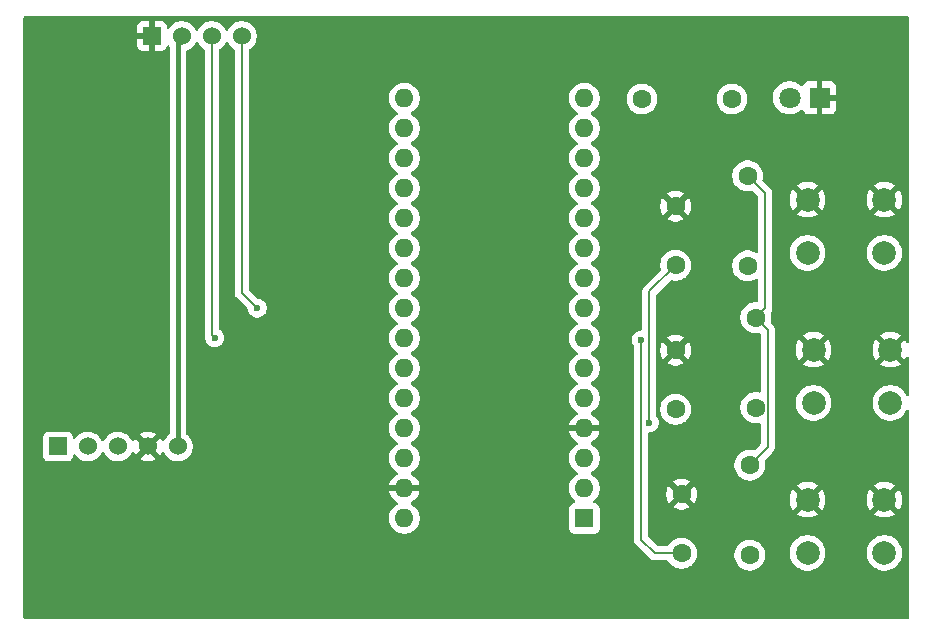
<source format=gbl>
G04 #@! TF.GenerationSoftware,KiCad,Pcbnew,9.0.6*
G04 #@! TF.CreationDate,2025-12-25T14:29:32+05:30*
G04 #@! TF.ProjectId,new_first_pcb,6e65775f-6669-4727-9374-5f7063622e6b,rev?*
G04 #@! TF.SameCoordinates,Original*
G04 #@! TF.FileFunction,Copper,L4,Bot*
G04 #@! TF.FilePolarity,Positive*
%FSLAX46Y46*%
G04 Gerber Fmt 4.6, Leading zero omitted, Abs format (unit mm)*
G04 Created by KiCad (PCBNEW 9.0.6) date 2025-12-25 14:29:32*
%MOMM*%
%LPD*%
G01*
G04 APERTURE LIST*
G04 #@! TA.AperFunction,ComponentPad*
%ADD10C,1.600000*%
G04 #@! TD*
G04 #@! TA.AperFunction,ComponentPad*
%ADD11R,1.524000X1.524000*%
G04 #@! TD*
G04 #@! TA.AperFunction,ComponentPad*
%ADD12C,1.524000*%
G04 #@! TD*
G04 #@! TA.AperFunction,ComponentPad*
%ADD13C,2.000000*%
G04 #@! TD*
G04 #@! TA.AperFunction,ComponentPad*
%ADD14R,1.800000X1.800000*%
G04 #@! TD*
G04 #@! TA.AperFunction,ComponentPad*
%ADD15C,1.800000*%
G04 #@! TD*
G04 #@! TA.AperFunction,ComponentPad*
%ADD16R,1.600000X1.600000*%
G04 #@! TD*
G04 #@! TA.AperFunction,ComponentPad*
%ADD17O,1.600000X1.600000*%
G04 #@! TD*
G04 #@! TA.AperFunction,ViaPad*
%ADD18C,0.600000*%
G04 #@! TD*
G04 #@! TA.AperFunction,Conductor*
%ADD19C,0.200000*%
G04 #@! TD*
G04 #@! TA.AperFunction,Conductor*
%ADD20C,0.400000*%
G04 #@! TD*
G04 APERTURE END LIST*
D10*
X141224000Y-126960000D03*
X141224000Y-121960000D03*
X137880000Y-88500000D03*
X145500000Y-88500000D03*
X146812000Y-94996000D03*
X146812000Y-102616000D03*
D11*
X88420000Y-117920000D03*
D12*
X90960000Y-117920000D03*
X93500000Y-117920000D03*
X96040000Y-117920000D03*
X98580000Y-117920000D03*
D11*
X96380000Y-83180000D03*
D12*
X98920000Y-83180000D03*
X101460000Y-83180000D03*
X104000000Y-83180000D03*
D10*
X140716000Y-114768000D03*
X140716000Y-109768000D03*
D13*
X151892000Y-97028000D03*
X158392000Y-97028000D03*
X151892000Y-101528000D03*
X158392000Y-101528000D03*
D10*
X147000000Y-119500000D03*
X147000000Y-127120000D03*
D13*
X151892000Y-122428000D03*
X158392000Y-122428000D03*
X151892000Y-126928000D03*
X158392000Y-126928000D03*
X152400000Y-109728000D03*
X158900000Y-109728000D03*
X152400000Y-114228000D03*
X158900000Y-114228000D03*
D10*
X147500000Y-107000000D03*
X147500000Y-114620000D03*
D14*
X152908000Y-88392000D03*
D15*
X150368000Y-88392000D03*
D16*
X133000000Y-124000000D03*
D17*
X133000000Y-121460000D03*
X133000000Y-118920000D03*
X133000000Y-116380000D03*
X133000000Y-113840000D03*
X133000000Y-111300000D03*
X133000000Y-108760000D03*
X133000000Y-106220000D03*
X133000000Y-103680000D03*
X133000000Y-101140000D03*
X133000000Y-98600000D03*
X133000000Y-96060000D03*
X133000000Y-93520000D03*
X133000000Y-90980000D03*
X133000000Y-88440000D03*
X117760000Y-88440000D03*
X117760000Y-90980000D03*
X117760000Y-93520000D03*
X117760000Y-96060000D03*
X117760000Y-98600000D03*
X117760000Y-101140000D03*
X117760000Y-103680000D03*
X117760000Y-106220000D03*
X117760000Y-108760000D03*
X117760000Y-111300000D03*
X117760000Y-113840000D03*
X117760000Y-116380000D03*
X117760000Y-118920000D03*
X117760000Y-121460000D03*
X117760000Y-124000000D03*
D10*
X140716000Y-102576000D03*
X140716000Y-97576000D03*
D18*
X137800000Y-108900000D03*
X138500000Y-115900000D03*
X101700000Y-108700000D03*
X105300000Y-106200000D03*
D19*
X137800000Y-108900000D02*
X137800000Y-125800000D01*
X137800000Y-125800000D02*
X138960000Y-126960000D01*
X138960000Y-126960000D02*
X141224000Y-126960000D01*
X138500000Y-115900000D02*
X138500000Y-104792000D01*
X138500000Y-104792000D02*
X140716000Y-102576000D01*
X148299999Y-106200001D02*
X148299999Y-96483999D01*
X147000000Y-119500000D02*
X148528000Y-117972000D01*
D20*
X98580000Y-83570000D02*
X98920000Y-83230000D01*
D19*
X147500000Y-107000000D02*
X148299999Y-106200001D01*
X148528000Y-108028000D02*
X147500000Y-107000000D01*
X148299999Y-96483999D02*
X146812000Y-94996000D01*
X148528000Y-117972000D02*
X148528000Y-108028000D01*
D20*
X98580000Y-117920000D02*
X98580000Y-83570000D01*
D19*
X101460000Y-108460000D02*
X101460000Y-83230000D01*
X101700000Y-108700000D02*
X101460000Y-108460000D01*
X105300000Y-106200000D02*
X104000000Y-104900000D01*
X104000000Y-104900000D02*
X104000000Y-83230000D01*
G04 #@! TA.AperFunction,Conductor*
G36*
X160442539Y-81520185D02*
G01*
X160488294Y-81572989D01*
X160499500Y-81624500D01*
X160499500Y-109046664D01*
X160479815Y-109113703D01*
X160427011Y-109159458D01*
X160357853Y-109169402D01*
X160294297Y-109140377D01*
X160265015Y-109102959D01*
X160182914Y-108941828D01*
X160122658Y-108858894D01*
X160122658Y-108858893D01*
X159423787Y-109557765D01*
X159412518Y-109515708D01*
X159340110Y-109390292D01*
X159237708Y-109287890D01*
X159112292Y-109215482D01*
X159070234Y-109204212D01*
X159769105Y-108505340D01*
X159769104Y-108505338D01*
X159686174Y-108445087D01*
X159475802Y-108337897D01*
X159251247Y-108264934D01*
X159251248Y-108264934D01*
X159018052Y-108228000D01*
X158781948Y-108228000D01*
X158548752Y-108264934D01*
X158324197Y-108337897D01*
X158113830Y-108445084D01*
X158030894Y-108505340D01*
X158729766Y-109204212D01*
X158687708Y-109215482D01*
X158562292Y-109287890D01*
X158459890Y-109390292D01*
X158387482Y-109515708D01*
X158376212Y-109557766D01*
X157677340Y-108858894D01*
X157617084Y-108941830D01*
X157509897Y-109152197D01*
X157436934Y-109376752D01*
X157400000Y-109609947D01*
X157400000Y-109846052D01*
X157436934Y-110079247D01*
X157509897Y-110303802D01*
X157617087Y-110514174D01*
X157677338Y-110597104D01*
X157677340Y-110597105D01*
X158376212Y-109898233D01*
X158387482Y-109940292D01*
X158459890Y-110065708D01*
X158562292Y-110168110D01*
X158687708Y-110240518D01*
X158729765Y-110251787D01*
X158030893Y-110950658D01*
X158113828Y-111010914D01*
X158324197Y-111118102D01*
X158548752Y-111191065D01*
X158548751Y-111191065D01*
X158781948Y-111228000D01*
X159018052Y-111228000D01*
X159251247Y-111191065D01*
X159475802Y-111118102D01*
X159686163Y-111010918D01*
X159686169Y-111010914D01*
X159769104Y-110950658D01*
X159769105Y-110950658D01*
X159070233Y-110251787D01*
X159112292Y-110240518D01*
X159237708Y-110168110D01*
X159340110Y-110065708D01*
X159412518Y-109940292D01*
X159423787Y-109898234D01*
X160122658Y-110597105D01*
X160122658Y-110597104D01*
X160182914Y-110514169D01*
X160182918Y-110514163D01*
X160265015Y-110353040D01*
X160312989Y-110302244D01*
X160380810Y-110285449D01*
X160446945Y-110307986D01*
X160490397Y-110362701D01*
X160499500Y-110409335D01*
X160499500Y-113545562D01*
X160479815Y-113612601D01*
X160427011Y-113658356D01*
X160357853Y-113668300D01*
X160294297Y-113639275D01*
X160265015Y-113601857D01*
X160212873Y-113499523D01*
X160183343Y-113441567D01*
X160044517Y-113250490D01*
X159877510Y-113083483D01*
X159686433Y-112944657D01*
X159475996Y-112837433D01*
X159251368Y-112764446D01*
X159018097Y-112727500D01*
X159018092Y-112727500D01*
X158781908Y-112727500D01*
X158781903Y-112727500D01*
X158548631Y-112764446D01*
X158324003Y-112837433D01*
X158113566Y-112944657D01*
X158047330Y-112992781D01*
X157922490Y-113083483D01*
X157922488Y-113083485D01*
X157922487Y-113083485D01*
X157755485Y-113250487D01*
X157755485Y-113250488D01*
X157755483Y-113250490D01*
X157724705Y-113292852D01*
X157616657Y-113441566D01*
X157509433Y-113652003D01*
X157436446Y-113876631D01*
X157399500Y-114109902D01*
X157399500Y-114346097D01*
X157436446Y-114579368D01*
X157509433Y-114803996D01*
X157616657Y-115014433D01*
X157755483Y-115205510D01*
X157922490Y-115372517D01*
X158113567Y-115511343D01*
X158212991Y-115562002D01*
X158324003Y-115618566D01*
X158324005Y-115618566D01*
X158324008Y-115618568D01*
X158444412Y-115657689D01*
X158548631Y-115691553D01*
X158781903Y-115728500D01*
X158781908Y-115728500D01*
X159018097Y-115728500D01*
X159251368Y-115691553D01*
X159475992Y-115618568D01*
X159686433Y-115511343D01*
X159877510Y-115372517D01*
X160044517Y-115205510D01*
X160183343Y-115014433D01*
X160265015Y-114854141D01*
X160312989Y-114803346D01*
X160380810Y-114786551D01*
X160446945Y-114809088D01*
X160490397Y-114863803D01*
X160499500Y-114910437D01*
X160499500Y-132375500D01*
X160479815Y-132442539D01*
X160427011Y-132488294D01*
X160375500Y-132499500D01*
X85624500Y-132499500D01*
X85557461Y-132479815D01*
X85511706Y-132427011D01*
X85500500Y-132375500D01*
X85500500Y-117110135D01*
X87157500Y-117110135D01*
X87157500Y-118729870D01*
X87157501Y-118729876D01*
X87163908Y-118789483D01*
X87214202Y-118924328D01*
X87214206Y-118924335D01*
X87300452Y-119039544D01*
X87300455Y-119039547D01*
X87415664Y-119125793D01*
X87415671Y-119125797D01*
X87550517Y-119176091D01*
X87550516Y-119176091D01*
X87557444Y-119176835D01*
X87610127Y-119182500D01*
X89229872Y-119182499D01*
X89289483Y-119176091D01*
X89424331Y-119125796D01*
X89539546Y-119039546D01*
X89625796Y-118924331D01*
X89676091Y-118789483D01*
X89682500Y-118729873D01*
X89682499Y-118691197D01*
X89702182Y-118624161D01*
X89754985Y-118578405D01*
X89824143Y-118568460D01*
X89887699Y-118597483D01*
X89906817Y-118618312D01*
X89997019Y-118742464D01*
X90137536Y-118882981D01*
X90298306Y-118999787D01*
X90376333Y-119039544D01*
X90475367Y-119090005D01*
X90475370Y-119090006D01*
X90569866Y-119120709D01*
X90664364Y-119151413D01*
X90860639Y-119182500D01*
X90860640Y-119182500D01*
X91059360Y-119182500D01*
X91059361Y-119182500D01*
X91255636Y-119151413D01*
X91444632Y-119090005D01*
X91621694Y-118999787D01*
X91782464Y-118882981D01*
X91922981Y-118742464D01*
X92039787Y-118581694D01*
X92119515Y-118425218D01*
X92167490Y-118374423D01*
X92235311Y-118357628D01*
X92301446Y-118380165D01*
X92340484Y-118425218D01*
X92420213Y-118581694D01*
X92537019Y-118742464D01*
X92677536Y-118882981D01*
X92838306Y-118999787D01*
X92916333Y-119039544D01*
X93015367Y-119090005D01*
X93015370Y-119090006D01*
X93109866Y-119120709D01*
X93204364Y-119151413D01*
X93400639Y-119182500D01*
X93400640Y-119182500D01*
X93599360Y-119182500D01*
X93599361Y-119182500D01*
X93795636Y-119151413D01*
X93984632Y-119090005D01*
X94161694Y-118999787D01*
X94322464Y-118882981D01*
X94462981Y-118742464D01*
X94579787Y-118581694D01*
X94659796Y-118424667D01*
X94707769Y-118373872D01*
X94775590Y-118357077D01*
X94841725Y-118379614D01*
X94880765Y-118424668D01*
X94960641Y-118581432D01*
X94987730Y-118618715D01*
X95659000Y-117947445D01*
X95659000Y-117970160D01*
X95684964Y-118067061D01*
X95735124Y-118153940D01*
X95806060Y-118224876D01*
X95892939Y-118275036D01*
X95989840Y-118301000D01*
X96012553Y-118301000D01*
X95341283Y-118972268D01*
X95341283Y-118972269D01*
X95378567Y-118999358D01*
X95555562Y-119089542D01*
X95744477Y-119150924D01*
X95940679Y-119182000D01*
X96139321Y-119182000D01*
X96335520Y-119150924D01*
X96335523Y-119150924D01*
X96524437Y-119089542D01*
X96701425Y-118999362D01*
X96738716Y-118972268D01*
X96067448Y-118301000D01*
X96090160Y-118301000D01*
X96187061Y-118275036D01*
X96273940Y-118224876D01*
X96344876Y-118153940D01*
X96395036Y-118067061D01*
X96421000Y-117970160D01*
X96421000Y-117947447D01*
X97092268Y-118618715D01*
X97119364Y-118581422D01*
X97199234Y-118424669D01*
X97247208Y-118373872D01*
X97315029Y-118357077D01*
X97381164Y-118379614D01*
X97420203Y-118424667D01*
X97500213Y-118581694D01*
X97617019Y-118742464D01*
X97757536Y-118882981D01*
X97918306Y-118999787D01*
X97996333Y-119039544D01*
X98095367Y-119090005D01*
X98095370Y-119090006D01*
X98189866Y-119120709D01*
X98284364Y-119151413D01*
X98480639Y-119182500D01*
X98480640Y-119182500D01*
X98679360Y-119182500D01*
X98679361Y-119182500D01*
X98875636Y-119151413D01*
X99064632Y-119090005D01*
X99241694Y-118999787D01*
X99402464Y-118882981D01*
X99542981Y-118742464D01*
X99659787Y-118581694D01*
X99750005Y-118404632D01*
X99811413Y-118215636D01*
X99842500Y-118019361D01*
X99842500Y-117820639D01*
X99811413Y-117624364D01*
X99750005Y-117435368D01*
X99750005Y-117435367D01*
X99704035Y-117345149D01*
X99659787Y-117258306D01*
X99542981Y-117097536D01*
X99402464Y-116957019D01*
X99331613Y-116905542D01*
X99288949Y-116850214D01*
X99280500Y-116805226D01*
X99280500Y-84480428D01*
X99300185Y-84413389D01*
X99352989Y-84367634D01*
X99366177Y-84362499D01*
X99404632Y-84350005D01*
X99581694Y-84259787D01*
X99742464Y-84142981D01*
X99882981Y-84002464D01*
X99999787Y-83841694D01*
X100079515Y-83685218D01*
X100127490Y-83634423D01*
X100195311Y-83617628D01*
X100261446Y-83640165D01*
X100300484Y-83685218D01*
X100380213Y-83841694D01*
X100497019Y-84002464D01*
X100637536Y-84142981D01*
X100798305Y-84259786D01*
X100798309Y-84259789D01*
X100800285Y-84261000D01*
X100800878Y-84261656D01*
X100802248Y-84262651D01*
X100802039Y-84262938D01*
X100847163Y-84312810D01*
X100859500Y-84366730D01*
X100859500Y-108373330D01*
X100859499Y-108373348D01*
X100859499Y-108380943D01*
X100859499Y-108539057D01*
X100890872Y-108656141D01*
X100895275Y-108672572D01*
X100899500Y-108704666D01*
X100899500Y-108778846D01*
X100930261Y-108933489D01*
X100930264Y-108933501D01*
X100990602Y-109079172D01*
X100990609Y-109079185D01*
X101078210Y-109210288D01*
X101078213Y-109210292D01*
X101189707Y-109321786D01*
X101189711Y-109321789D01*
X101320814Y-109409390D01*
X101320827Y-109409397D01*
X101451643Y-109463582D01*
X101466503Y-109469737D01*
X101621153Y-109500499D01*
X101621156Y-109500500D01*
X101621158Y-109500500D01*
X101778844Y-109500500D01*
X101778845Y-109500499D01*
X101933497Y-109469737D01*
X102079179Y-109409394D01*
X102210289Y-109321789D01*
X102321789Y-109210289D01*
X102409394Y-109079179D01*
X102469737Y-108933497D01*
X102500500Y-108778842D01*
X102500500Y-108621158D01*
X102500500Y-108621155D01*
X102500499Y-108621153D01*
X102484169Y-108539057D01*
X102469737Y-108466503D01*
X102437929Y-108389711D01*
X102409397Y-108320827D01*
X102409390Y-108320814D01*
X102321789Y-108189711D01*
X102321786Y-108189707D01*
X102210292Y-108078213D01*
X102210288Y-108078210D01*
X102115609Y-108014947D01*
X102070804Y-107961335D01*
X102060500Y-107911845D01*
X102060500Y-84366730D01*
X102080185Y-84299691D01*
X102117866Y-84262808D01*
X102117752Y-84262651D01*
X102118823Y-84261872D01*
X102119715Y-84261000D01*
X102121690Y-84259789D01*
X102121689Y-84259789D01*
X102121694Y-84259787D01*
X102282464Y-84142981D01*
X102422981Y-84002464D01*
X102539787Y-83841694D01*
X102619515Y-83685218D01*
X102667490Y-83634423D01*
X102735311Y-83617628D01*
X102801446Y-83640165D01*
X102840484Y-83685218D01*
X102920213Y-83841694D01*
X103037019Y-84002464D01*
X103177536Y-84142981D01*
X103338305Y-84259786D01*
X103338309Y-84259789D01*
X103340285Y-84261000D01*
X103340878Y-84261656D01*
X103342248Y-84262651D01*
X103342039Y-84262938D01*
X103387163Y-84312810D01*
X103399500Y-84366730D01*
X103399500Y-104813330D01*
X103399499Y-104813348D01*
X103399499Y-104979054D01*
X103399498Y-104979054D01*
X103440423Y-105131785D01*
X103457125Y-105160712D01*
X103457126Y-105160716D01*
X103519475Y-105268709D01*
X103519481Y-105268717D01*
X103638349Y-105387585D01*
X103638355Y-105387590D01*
X104465425Y-106214660D01*
X104498910Y-106275983D01*
X104499361Y-106278149D01*
X104530261Y-106433491D01*
X104530264Y-106433501D01*
X104590602Y-106579172D01*
X104590609Y-106579185D01*
X104678210Y-106710288D01*
X104678213Y-106710292D01*
X104789707Y-106821786D01*
X104789711Y-106821789D01*
X104920814Y-106909390D01*
X104920827Y-106909397D01*
X105066498Y-106969735D01*
X105066503Y-106969737D01*
X105221153Y-107000499D01*
X105221156Y-107000500D01*
X105221158Y-107000500D01*
X105378844Y-107000500D01*
X105378845Y-107000499D01*
X105533497Y-106969737D01*
X105679179Y-106909394D01*
X105810289Y-106821789D01*
X105921789Y-106710289D01*
X106009394Y-106579179D01*
X106013728Y-106568717D01*
X106023067Y-106546166D01*
X106069737Y-106433497D01*
X106100500Y-106278842D01*
X106100500Y-106121158D01*
X106100500Y-106121155D01*
X106100499Y-106121153D01*
X106069738Y-105966510D01*
X106069737Y-105966503D01*
X106048597Y-105915465D01*
X106009397Y-105820827D01*
X106009390Y-105820814D01*
X105921789Y-105689711D01*
X105921786Y-105689707D01*
X105810292Y-105578213D01*
X105810288Y-105578210D01*
X105679185Y-105490609D01*
X105679172Y-105490602D01*
X105533501Y-105430264D01*
X105533491Y-105430261D01*
X105378151Y-105399362D01*
X105316241Y-105366977D01*
X105314662Y-105365426D01*
X104636819Y-104687583D01*
X104603334Y-104626260D01*
X104600500Y-104599902D01*
X104600500Y-88337648D01*
X116459500Y-88337648D01*
X116459500Y-88542351D01*
X116491522Y-88744534D01*
X116554781Y-88939223D01*
X116647715Y-89121613D01*
X116768028Y-89287213D01*
X116912786Y-89431971D01*
X117053348Y-89534093D01*
X117078390Y-89552287D01*
X117152037Y-89589812D01*
X117171080Y-89599515D01*
X117221876Y-89647490D01*
X117238671Y-89715311D01*
X117216134Y-89781446D01*
X117171080Y-89820485D01*
X117078386Y-89867715D01*
X116912786Y-89988028D01*
X116768028Y-90132786D01*
X116647715Y-90298386D01*
X116554781Y-90480776D01*
X116491522Y-90675465D01*
X116459500Y-90877648D01*
X116459500Y-91082351D01*
X116491522Y-91284534D01*
X116554781Y-91479223D01*
X116647715Y-91661613D01*
X116768028Y-91827213D01*
X116912786Y-91971971D01*
X117067749Y-92084556D01*
X117078390Y-92092287D01*
X117169840Y-92138883D01*
X117171080Y-92139515D01*
X117221876Y-92187490D01*
X117238671Y-92255311D01*
X117216134Y-92321446D01*
X117171080Y-92360485D01*
X117078386Y-92407715D01*
X116912786Y-92528028D01*
X116768028Y-92672786D01*
X116647715Y-92838386D01*
X116554781Y-93020776D01*
X116491522Y-93215465D01*
X116459500Y-93417648D01*
X116459500Y-93622351D01*
X116491522Y-93824534D01*
X116554781Y-94019223D01*
X116647715Y-94201613D01*
X116768028Y-94367213D01*
X116912786Y-94511971D01*
X117067749Y-94624556D01*
X117078390Y-94632287D01*
X117169840Y-94678883D01*
X117171080Y-94679515D01*
X117221876Y-94727490D01*
X117238671Y-94795311D01*
X117216134Y-94861446D01*
X117171080Y-94900485D01*
X117078386Y-94947715D01*
X116912786Y-95068028D01*
X116768028Y-95212786D01*
X116647715Y-95378386D01*
X116554781Y-95560776D01*
X116491522Y-95755465D01*
X116459500Y-95957648D01*
X116459500Y-96162351D01*
X116491522Y-96364534D01*
X116554781Y-96559223D01*
X116613491Y-96674446D01*
X116643190Y-96732734D01*
X116647715Y-96741613D01*
X116768028Y-96907213D01*
X116912786Y-97051971D01*
X117042280Y-97146052D01*
X117078390Y-97172287D01*
X117169840Y-97218883D01*
X117171080Y-97219515D01*
X117221876Y-97267490D01*
X117238671Y-97335311D01*
X117216134Y-97401446D01*
X117171080Y-97440485D01*
X117078386Y-97487715D01*
X116912786Y-97608028D01*
X116768028Y-97752786D01*
X116647715Y-97918386D01*
X116554781Y-98100776D01*
X116491522Y-98295465D01*
X116459500Y-98497648D01*
X116459500Y-98702351D01*
X116491522Y-98904534D01*
X116554781Y-99099223D01*
X116647715Y-99281613D01*
X116768028Y-99447213D01*
X116912786Y-99591971D01*
X117067749Y-99704556D01*
X117078390Y-99712287D01*
X117169840Y-99758883D01*
X117171080Y-99759515D01*
X117221876Y-99807490D01*
X117238671Y-99875311D01*
X117216134Y-99941446D01*
X117171080Y-99980485D01*
X117078386Y-100027715D01*
X116912786Y-100148028D01*
X116768028Y-100292786D01*
X116647715Y-100458386D01*
X116554781Y-100640776D01*
X116491522Y-100835465D01*
X116459500Y-101037648D01*
X116459500Y-101242351D01*
X116491522Y-101444534D01*
X116554781Y-101639223D01*
X116647715Y-101821613D01*
X116768028Y-101987213D01*
X116912786Y-102131971D01*
X117067749Y-102244556D01*
X117078390Y-102252287D01*
X117169840Y-102298883D01*
X117171080Y-102299515D01*
X117221876Y-102347490D01*
X117238671Y-102415311D01*
X117216134Y-102481446D01*
X117171080Y-102520485D01*
X117078386Y-102567715D01*
X116912786Y-102688028D01*
X116768028Y-102832786D01*
X116647715Y-102998386D01*
X116554781Y-103180776D01*
X116491522Y-103375465D01*
X116459500Y-103577648D01*
X116459500Y-103782351D01*
X116491522Y-103984534D01*
X116554781Y-104179223D01*
X116618691Y-104304653D01*
X116622170Y-104311480D01*
X116647715Y-104361613D01*
X116768028Y-104527213D01*
X116912786Y-104671971D01*
X117067749Y-104784556D01*
X117078390Y-104792287D01*
X117169840Y-104838883D01*
X117171080Y-104839515D01*
X117221876Y-104887490D01*
X117238671Y-104955311D01*
X117216134Y-105021446D01*
X117171080Y-105060485D01*
X117078386Y-105107715D01*
X116912786Y-105228028D01*
X116768028Y-105372786D01*
X116647715Y-105538386D01*
X116554781Y-105720776D01*
X116491522Y-105915465D01*
X116459500Y-106117648D01*
X116459500Y-106322351D01*
X116491522Y-106524534D01*
X116554781Y-106719223D01*
X116607042Y-106821789D01*
X116645694Y-106897648D01*
X116647715Y-106901613D01*
X116768028Y-107067213D01*
X116912786Y-107211971D01*
X117040191Y-107304534D01*
X117078390Y-107332287D01*
X117169840Y-107378883D01*
X117171080Y-107379515D01*
X117221876Y-107427490D01*
X117238671Y-107495311D01*
X117216134Y-107561446D01*
X117171080Y-107600485D01*
X117078386Y-107647715D01*
X116912786Y-107768028D01*
X116768028Y-107912786D01*
X116647715Y-108078386D01*
X116554781Y-108260776D01*
X116491522Y-108455465D01*
X116459500Y-108657648D01*
X116459500Y-108862351D01*
X116491522Y-109064534D01*
X116554781Y-109259223D01*
X116586661Y-109321789D01*
X116642601Y-109431578D01*
X116647715Y-109441613D01*
X116768028Y-109607213D01*
X116912786Y-109751971D01*
X117007332Y-109820661D01*
X117078390Y-109872287D01*
X117169840Y-109918883D01*
X117171080Y-109919515D01*
X117221876Y-109967490D01*
X117238671Y-110035311D01*
X117216134Y-110101446D01*
X117171080Y-110140485D01*
X117078386Y-110187715D01*
X116912786Y-110308028D01*
X116768028Y-110452786D01*
X116647715Y-110618386D01*
X116554781Y-110800776D01*
X116491522Y-110995465D01*
X116459500Y-111197648D01*
X116459500Y-111402351D01*
X116491522Y-111604534D01*
X116554781Y-111799223D01*
X116647715Y-111981613D01*
X116768028Y-112147213D01*
X116912786Y-112291971D01*
X117067749Y-112404556D01*
X117078390Y-112412287D01*
X117169840Y-112458883D01*
X117171080Y-112459515D01*
X117221876Y-112507490D01*
X117238671Y-112575311D01*
X117216134Y-112641446D01*
X117171080Y-112680485D01*
X117078386Y-112727715D01*
X116912786Y-112848028D01*
X116768028Y-112992786D01*
X116647715Y-113158386D01*
X116554781Y-113340776D01*
X116491522Y-113535465D01*
X116459500Y-113737648D01*
X116459500Y-113942351D01*
X116491522Y-114144534D01*
X116554781Y-114339223D01*
X116618087Y-114463465D01*
X116645694Y-114517648D01*
X116647715Y-114521613D01*
X116768028Y-114687213D01*
X116912786Y-114831971D01*
X117040191Y-114924534D01*
X117078390Y-114952287D01*
X117169840Y-114998883D01*
X117171080Y-114999515D01*
X117221876Y-115047490D01*
X117238671Y-115115311D01*
X117216134Y-115181446D01*
X117171080Y-115220485D01*
X117078386Y-115267715D01*
X116912786Y-115388028D01*
X116768028Y-115532786D01*
X116647715Y-115698386D01*
X116554781Y-115880776D01*
X116491522Y-116075465D01*
X116459500Y-116277648D01*
X116459500Y-116482351D01*
X116491522Y-116684534D01*
X116554781Y-116879223D01*
X116573353Y-116915671D01*
X116642060Y-117050516D01*
X116647715Y-117061613D01*
X116768028Y-117227213D01*
X116912786Y-117371971D01*
X117064742Y-117482371D01*
X117078390Y-117492287D01*
X117169840Y-117538883D01*
X117171080Y-117539515D01*
X117221876Y-117587490D01*
X117238671Y-117655311D01*
X117216134Y-117721446D01*
X117171080Y-117760485D01*
X117078386Y-117807715D01*
X116912786Y-117928028D01*
X116768028Y-118072786D01*
X116647715Y-118238386D01*
X116554781Y-118420776D01*
X116491522Y-118615465D01*
X116463961Y-118789482D01*
X116459500Y-118817648D01*
X116459500Y-119022352D01*
X116463878Y-119049995D01*
X116491522Y-119224534D01*
X116554781Y-119419223D01*
X116647715Y-119601613D01*
X116768028Y-119767213D01*
X116912786Y-119911971D01*
X117032875Y-119999219D01*
X117078390Y-120032287D01*
X117150424Y-120068990D01*
X117171629Y-120079795D01*
X117222425Y-120127770D01*
X117239220Y-120195591D01*
X117216682Y-120261726D01*
X117171629Y-120300765D01*
X117078650Y-120348140D01*
X116913105Y-120468417D01*
X116913104Y-120468417D01*
X116768417Y-120613104D01*
X116768417Y-120613105D01*
X116648140Y-120778650D01*
X116555244Y-120960970D01*
X116492009Y-121155586D01*
X116483391Y-121210000D01*
X117326988Y-121210000D01*
X117294075Y-121267007D01*
X117260000Y-121394174D01*
X117260000Y-121525826D01*
X117294075Y-121652993D01*
X117326988Y-121710000D01*
X116483391Y-121710000D01*
X116492009Y-121764413D01*
X116555244Y-121959029D01*
X116648140Y-122141349D01*
X116768417Y-122306894D01*
X116768417Y-122306895D01*
X116913104Y-122451582D01*
X117078652Y-122571861D01*
X117171628Y-122619234D01*
X117222425Y-122667208D01*
X117239220Y-122735029D01*
X117216683Y-122801164D01*
X117171630Y-122840203D01*
X117078388Y-122887713D01*
X116912786Y-123008028D01*
X116768028Y-123152786D01*
X116647715Y-123318386D01*
X116554781Y-123500776D01*
X116491522Y-123695465D01*
X116459500Y-123897648D01*
X116459500Y-124102351D01*
X116491522Y-124304534D01*
X116554781Y-124499223D01*
X116647715Y-124681613D01*
X116768028Y-124847213D01*
X116912786Y-124991971D01*
X117067749Y-125104556D01*
X117078390Y-125112287D01*
X117167212Y-125157544D01*
X117260776Y-125205218D01*
X117260778Y-125205218D01*
X117260781Y-125205220D01*
X117365137Y-125239127D01*
X117455465Y-125268477D01*
X117556557Y-125284488D01*
X117657648Y-125300500D01*
X117657649Y-125300500D01*
X117862351Y-125300500D01*
X117862352Y-125300500D01*
X118064534Y-125268477D01*
X118259219Y-125205220D01*
X118441610Y-125112287D01*
X118537901Y-125042328D01*
X118607213Y-124991971D01*
X118607215Y-124991968D01*
X118607219Y-124991966D01*
X118751966Y-124847219D01*
X118751968Y-124847215D01*
X118751971Y-124847213D01*
X118804732Y-124774590D01*
X118872287Y-124681610D01*
X118965220Y-124499219D01*
X119028477Y-124304534D01*
X119060500Y-124102352D01*
X119060500Y-123897648D01*
X119047901Y-123818102D01*
X119028477Y-123695465D01*
X118965218Y-123500776D01*
X118931503Y-123434607D01*
X118872287Y-123318390D01*
X118829865Y-123260000D01*
X118751971Y-123152786D01*
X118607213Y-123008028D01*
X118441611Y-122887713D01*
X118348369Y-122840203D01*
X118297574Y-122792229D01*
X118280779Y-122724407D01*
X118303317Y-122658273D01*
X118348371Y-122619234D01*
X118441347Y-122571861D01*
X118606894Y-122451582D01*
X118606895Y-122451582D01*
X118751582Y-122306895D01*
X118751582Y-122306894D01*
X118871859Y-122141349D01*
X118964755Y-121959029D01*
X119027990Y-121764413D01*
X119036609Y-121710000D01*
X118193012Y-121710000D01*
X118225925Y-121652993D01*
X118260000Y-121525826D01*
X118260000Y-121394174D01*
X118225925Y-121267007D01*
X118193012Y-121210000D01*
X119036609Y-121210000D01*
X119027990Y-121155586D01*
X118964755Y-120960970D01*
X118871859Y-120778650D01*
X118751582Y-120613105D01*
X118751582Y-120613104D01*
X118606895Y-120468417D01*
X118441349Y-120348140D01*
X118348370Y-120300765D01*
X118297574Y-120252790D01*
X118280779Y-120184969D01*
X118303316Y-120118835D01*
X118348370Y-120079795D01*
X118348920Y-120079515D01*
X118441610Y-120032287D01*
X118487125Y-119999219D01*
X118607213Y-119911971D01*
X118607215Y-119911968D01*
X118607219Y-119911966D01*
X118751966Y-119767219D01*
X118751968Y-119767215D01*
X118751971Y-119767213D01*
X118804732Y-119694590D01*
X118872287Y-119601610D01*
X118965220Y-119419219D01*
X119028477Y-119224534D01*
X119060500Y-119022352D01*
X119060500Y-118817648D01*
X119046596Y-118729865D01*
X119028477Y-118615465D01*
X118993568Y-118508028D01*
X118965220Y-118420781D01*
X118965218Y-118420778D01*
X118965218Y-118420776D01*
X118904188Y-118301000D01*
X118872287Y-118238390D01*
X118844032Y-118199500D01*
X118751971Y-118072786D01*
X118607213Y-117928028D01*
X118441614Y-117807715D01*
X118373362Y-117772939D01*
X118348917Y-117760483D01*
X118298123Y-117712511D01*
X118281328Y-117644690D01*
X118303865Y-117578555D01*
X118348917Y-117539516D01*
X118441610Y-117492287D01*
X118462770Y-117476913D01*
X118607213Y-117371971D01*
X118607215Y-117371968D01*
X118607219Y-117371966D01*
X118751966Y-117227219D01*
X118751968Y-117227215D01*
X118751971Y-117227213D01*
X118808939Y-117148802D01*
X118872287Y-117061610D01*
X118965220Y-116879219D01*
X119028477Y-116684534D01*
X119060500Y-116482352D01*
X119060500Y-116277648D01*
X119037667Y-116133489D01*
X119028477Y-116075465D01*
X118968772Y-115891713D01*
X118965220Y-115880781D01*
X118965218Y-115880778D01*
X118965218Y-115880776D01*
X118903664Y-115759971D01*
X118872287Y-115698390D01*
X118849116Y-115666498D01*
X118751971Y-115532786D01*
X118607213Y-115388028D01*
X118441614Y-115267715D01*
X118435006Y-115264348D01*
X118348917Y-115220483D01*
X118298123Y-115172511D01*
X118281328Y-115104690D01*
X118303865Y-115038555D01*
X118348917Y-114999516D01*
X118441610Y-114952287D01*
X118554385Y-114870352D01*
X118607213Y-114831971D01*
X118607215Y-114831968D01*
X118607219Y-114831966D01*
X118751966Y-114687219D01*
X118751968Y-114687215D01*
X118751971Y-114687213D01*
X118804732Y-114614590D01*
X118872287Y-114521610D01*
X118965220Y-114339219D01*
X119028477Y-114144534D01*
X119060500Y-113942352D01*
X119060500Y-113737648D01*
X119040694Y-113612601D01*
X119028477Y-113535465D01*
X118968710Y-113351522D01*
X118965220Y-113340781D01*
X118965218Y-113340778D01*
X118965218Y-113340776D01*
X118919213Y-113250487D01*
X118872287Y-113158390D01*
X118817866Y-113083485D01*
X118751971Y-112992786D01*
X118607213Y-112848028D01*
X118441614Y-112727715D01*
X118435006Y-112724348D01*
X118348917Y-112680483D01*
X118298123Y-112632511D01*
X118281328Y-112564690D01*
X118303865Y-112498555D01*
X118348917Y-112459516D01*
X118441610Y-112412287D01*
X118462770Y-112396913D01*
X118607213Y-112291971D01*
X118607215Y-112291968D01*
X118607219Y-112291966D01*
X118751966Y-112147219D01*
X118751968Y-112147215D01*
X118751971Y-112147213D01*
X118804732Y-112074590D01*
X118872287Y-111981610D01*
X118965220Y-111799219D01*
X119028477Y-111604534D01*
X119060500Y-111402352D01*
X119060500Y-111197648D01*
X119047901Y-111118102D01*
X119028477Y-110995465D01*
X118965218Y-110800776D01*
X118931503Y-110734607D01*
X118872287Y-110618390D01*
X118856822Y-110597104D01*
X118751971Y-110452786D01*
X118607213Y-110308028D01*
X118441614Y-110187715D01*
X118402921Y-110168000D01*
X118348917Y-110140483D01*
X118298123Y-110092511D01*
X118281328Y-110024690D01*
X118303865Y-109958555D01*
X118348917Y-109919516D01*
X118441610Y-109872287D01*
X118512668Y-109820661D01*
X118607213Y-109751971D01*
X118607215Y-109751968D01*
X118607219Y-109751966D01*
X118751966Y-109607219D01*
X118751968Y-109607215D01*
X118751971Y-109607213D01*
X118844566Y-109479765D01*
X118872287Y-109441610D01*
X118965220Y-109259219D01*
X119028477Y-109064534D01*
X119060500Y-108862352D01*
X119060500Y-108657648D01*
X119041717Y-108539057D01*
X119028477Y-108455465D01*
X118999127Y-108365137D01*
X118965220Y-108260781D01*
X118965218Y-108260778D01*
X118965218Y-108260776D01*
X118931503Y-108194607D01*
X118872287Y-108078390D01*
X118846240Y-108042539D01*
X118751971Y-107912786D01*
X118607213Y-107768028D01*
X118441614Y-107647715D01*
X118435006Y-107644348D01*
X118348917Y-107600483D01*
X118298123Y-107552511D01*
X118281328Y-107484690D01*
X118303865Y-107418555D01*
X118348917Y-107379516D01*
X118441610Y-107332287D01*
X118479817Y-107304528D01*
X118607213Y-107211971D01*
X118607215Y-107211968D01*
X118607219Y-107211966D01*
X118751966Y-107067219D01*
X118751968Y-107067215D01*
X118751971Y-107067213D01*
X118804732Y-106994590D01*
X118872287Y-106901610D01*
X118965220Y-106719219D01*
X119028477Y-106524534D01*
X119060500Y-106322352D01*
X119060500Y-106117648D01*
X119028477Y-105915466D01*
X118965220Y-105720781D01*
X118965218Y-105720778D01*
X118965218Y-105720776D01*
X118925354Y-105642539D01*
X118872287Y-105538390D01*
X118864556Y-105527749D01*
X118751971Y-105372786D01*
X118607213Y-105228028D01*
X118441614Y-105107715D01*
X118410960Y-105092096D01*
X118348917Y-105060483D01*
X118298123Y-105012511D01*
X118281328Y-104944690D01*
X118303865Y-104878555D01*
X118348917Y-104839516D01*
X118441610Y-104792287D01*
X118550819Y-104712943D01*
X118607213Y-104671971D01*
X118607215Y-104671968D01*
X118607219Y-104671966D01*
X118751966Y-104527219D01*
X118751968Y-104527215D01*
X118751971Y-104527213D01*
X118827478Y-104423285D01*
X118872287Y-104361610D01*
X118965220Y-104179219D01*
X119028477Y-103984534D01*
X119060500Y-103782352D01*
X119060500Y-103577648D01*
X119058967Y-103567971D01*
X119028477Y-103375465D01*
X118965218Y-103180776D01*
X118911433Y-103075219D01*
X118872287Y-102998390D01*
X118815722Y-102920534D01*
X118751971Y-102832786D01*
X118607213Y-102688028D01*
X118441614Y-102567715D01*
X118435006Y-102564348D01*
X118348917Y-102520483D01*
X118298123Y-102472511D01*
X118281328Y-102404690D01*
X118303865Y-102338555D01*
X118348917Y-102299516D01*
X118441610Y-102252287D01*
X118462770Y-102236913D01*
X118607213Y-102131971D01*
X118607215Y-102131968D01*
X118607219Y-102131966D01*
X118751966Y-101987219D01*
X118751968Y-101987215D01*
X118751971Y-101987213D01*
X118804732Y-101914590D01*
X118872287Y-101821610D01*
X118965220Y-101639219D01*
X119028477Y-101444534D01*
X119060500Y-101242352D01*
X119060500Y-101037648D01*
X119028477Y-100835466D01*
X118965220Y-100640781D01*
X118965218Y-100640778D01*
X118965218Y-100640776D01*
X118919213Y-100550487D01*
X118872287Y-100458390D01*
X118817866Y-100383485D01*
X118751971Y-100292786D01*
X118607213Y-100148028D01*
X118441614Y-100027715D01*
X118435006Y-100024348D01*
X118348917Y-99980483D01*
X118298123Y-99932511D01*
X118281328Y-99864690D01*
X118303865Y-99798555D01*
X118348917Y-99759516D01*
X118441610Y-99712287D01*
X118462770Y-99696913D01*
X118607213Y-99591971D01*
X118607215Y-99591968D01*
X118607219Y-99591966D01*
X118751966Y-99447219D01*
X118751968Y-99447215D01*
X118751971Y-99447213D01*
X118804732Y-99374590D01*
X118872287Y-99281610D01*
X118965220Y-99099219D01*
X119028477Y-98904534D01*
X119060500Y-98702352D01*
X119060500Y-98497648D01*
X119047901Y-98418102D01*
X119028477Y-98295465D01*
X118965218Y-98100776D01*
X118931503Y-98034607D01*
X118872287Y-97918390D01*
X118844698Y-97880417D01*
X118751971Y-97752786D01*
X118607213Y-97608028D01*
X118441614Y-97487715D01*
X118435006Y-97484348D01*
X118348917Y-97440483D01*
X118298123Y-97392511D01*
X118281328Y-97324690D01*
X118303865Y-97258555D01*
X118348917Y-97219516D01*
X118441610Y-97172287D01*
X118477720Y-97146052D01*
X118607213Y-97051971D01*
X118607215Y-97051968D01*
X118607219Y-97051966D01*
X118751966Y-96907219D01*
X118751968Y-96907215D01*
X118751971Y-96907213D01*
X118860569Y-96757738D01*
X118872287Y-96741610D01*
X118965220Y-96559219D01*
X119028477Y-96364534D01*
X119060500Y-96162352D01*
X119060500Y-95957648D01*
X119042375Y-95843213D01*
X119028477Y-95755465D01*
X118999127Y-95665137D01*
X118965220Y-95560781D01*
X118965218Y-95560778D01*
X118965218Y-95560776D01*
X118931503Y-95494607D01*
X118872287Y-95378390D01*
X118864556Y-95367749D01*
X118751971Y-95212786D01*
X118607213Y-95068028D01*
X118441614Y-94947715D01*
X118435006Y-94944348D01*
X118348917Y-94900483D01*
X118298123Y-94852511D01*
X118281328Y-94784690D01*
X118303865Y-94718555D01*
X118348917Y-94679516D01*
X118441610Y-94632287D01*
X118462770Y-94616913D01*
X118607213Y-94511971D01*
X118607215Y-94511968D01*
X118607219Y-94511966D01*
X118751966Y-94367219D01*
X118751968Y-94367215D01*
X118751971Y-94367213D01*
X118804732Y-94294590D01*
X118872287Y-94201610D01*
X118965220Y-94019219D01*
X119028477Y-93824534D01*
X119060500Y-93622352D01*
X119060500Y-93417648D01*
X119028477Y-93215466D01*
X118965220Y-93020781D01*
X118965218Y-93020778D01*
X118965218Y-93020776D01*
X118931503Y-92954607D01*
X118872287Y-92838390D01*
X118864556Y-92827749D01*
X118751971Y-92672786D01*
X118607213Y-92528028D01*
X118441614Y-92407715D01*
X118435006Y-92404348D01*
X118348917Y-92360483D01*
X118298123Y-92312511D01*
X118281328Y-92244690D01*
X118303865Y-92178555D01*
X118348917Y-92139516D01*
X118441610Y-92092287D01*
X118462770Y-92076913D01*
X118607213Y-91971971D01*
X118607215Y-91971968D01*
X118607219Y-91971966D01*
X118751966Y-91827219D01*
X118751968Y-91827215D01*
X118751971Y-91827213D01*
X118804732Y-91754590D01*
X118872287Y-91661610D01*
X118965220Y-91479219D01*
X119028477Y-91284534D01*
X119060500Y-91082352D01*
X119060500Y-90877648D01*
X119028477Y-90675466D01*
X118965220Y-90480781D01*
X118965218Y-90480778D01*
X118965218Y-90480776D01*
X118931503Y-90414607D01*
X118872287Y-90298390D01*
X118864556Y-90287749D01*
X118751971Y-90132786D01*
X118607213Y-89988028D01*
X118441614Y-89867715D01*
X118435006Y-89864348D01*
X118348917Y-89820483D01*
X118298123Y-89772511D01*
X118281328Y-89704690D01*
X118303865Y-89638555D01*
X118348917Y-89599516D01*
X118441610Y-89552287D01*
X118524629Y-89491971D01*
X118607213Y-89431971D01*
X118607215Y-89431968D01*
X118607219Y-89431966D01*
X118751966Y-89287219D01*
X118751968Y-89287215D01*
X118751971Y-89287213D01*
X118804732Y-89214590D01*
X118872287Y-89121610D01*
X118965220Y-88939219D01*
X119028477Y-88744534D01*
X119060500Y-88542352D01*
X119060500Y-88337648D01*
X131699500Y-88337648D01*
X131699500Y-88542351D01*
X131731522Y-88744534D01*
X131794781Y-88939223D01*
X131887715Y-89121613D01*
X132008028Y-89287213D01*
X132152786Y-89431971D01*
X132293348Y-89534093D01*
X132318390Y-89552287D01*
X132392037Y-89589812D01*
X132411080Y-89599515D01*
X132461876Y-89647490D01*
X132478671Y-89715311D01*
X132456134Y-89781446D01*
X132411080Y-89820485D01*
X132318386Y-89867715D01*
X132152786Y-89988028D01*
X132008028Y-90132786D01*
X131887715Y-90298386D01*
X131794781Y-90480776D01*
X131731522Y-90675465D01*
X131699500Y-90877648D01*
X131699500Y-91082351D01*
X131731522Y-91284534D01*
X131794781Y-91479223D01*
X131887715Y-91661613D01*
X132008028Y-91827213D01*
X132152786Y-91971971D01*
X132307749Y-92084556D01*
X132318390Y-92092287D01*
X132409840Y-92138883D01*
X132411080Y-92139515D01*
X132461876Y-92187490D01*
X132478671Y-92255311D01*
X132456134Y-92321446D01*
X132411080Y-92360485D01*
X132318386Y-92407715D01*
X132152786Y-92528028D01*
X132008028Y-92672786D01*
X131887715Y-92838386D01*
X131794781Y-93020776D01*
X131731522Y-93215465D01*
X131699500Y-93417648D01*
X131699500Y-93622351D01*
X131731522Y-93824534D01*
X131794781Y-94019223D01*
X131887715Y-94201613D01*
X132008028Y-94367213D01*
X132152786Y-94511971D01*
X132307749Y-94624556D01*
X132318390Y-94632287D01*
X132409840Y-94678883D01*
X132411080Y-94679515D01*
X132461876Y-94727490D01*
X132478671Y-94795311D01*
X132456134Y-94861446D01*
X132411080Y-94900485D01*
X132318386Y-94947715D01*
X132152786Y-95068028D01*
X132008028Y-95212786D01*
X131887715Y-95378386D01*
X131794781Y-95560776D01*
X131731522Y-95755465D01*
X131699500Y-95957648D01*
X131699500Y-96162351D01*
X131731522Y-96364534D01*
X131794781Y-96559223D01*
X131853491Y-96674446D01*
X131883190Y-96732734D01*
X131887715Y-96741613D01*
X132008028Y-96907213D01*
X132152786Y-97051971D01*
X132282280Y-97146052D01*
X132318390Y-97172287D01*
X132409840Y-97218883D01*
X132411080Y-97219515D01*
X132461876Y-97267490D01*
X132478671Y-97335311D01*
X132456134Y-97401446D01*
X132411080Y-97440485D01*
X132318386Y-97487715D01*
X132152786Y-97608028D01*
X132008028Y-97752786D01*
X131887715Y-97918386D01*
X131794781Y-98100776D01*
X131731522Y-98295465D01*
X131699500Y-98497648D01*
X131699500Y-98702351D01*
X131731522Y-98904534D01*
X131794781Y-99099223D01*
X131887715Y-99281613D01*
X132008028Y-99447213D01*
X132152786Y-99591971D01*
X132307749Y-99704556D01*
X132318390Y-99712287D01*
X132409840Y-99758883D01*
X132411080Y-99759515D01*
X132461876Y-99807490D01*
X132478671Y-99875311D01*
X132456134Y-99941446D01*
X132411080Y-99980485D01*
X132318386Y-100027715D01*
X132152786Y-100148028D01*
X132008028Y-100292786D01*
X131887715Y-100458386D01*
X131794781Y-100640776D01*
X131731522Y-100835465D01*
X131699500Y-101037648D01*
X131699500Y-101242351D01*
X131731522Y-101444534D01*
X131794781Y-101639223D01*
X131887715Y-101821613D01*
X132008028Y-101987213D01*
X132152786Y-102131971D01*
X132307749Y-102244556D01*
X132318390Y-102252287D01*
X132409840Y-102298883D01*
X132411080Y-102299515D01*
X132461876Y-102347490D01*
X132478671Y-102415311D01*
X132456134Y-102481446D01*
X132411080Y-102520485D01*
X132318386Y-102567715D01*
X132152786Y-102688028D01*
X132008028Y-102832786D01*
X131887715Y-102998386D01*
X131794781Y-103180776D01*
X131731522Y-103375465D01*
X131699500Y-103577648D01*
X131699500Y-103782351D01*
X131731522Y-103984534D01*
X131794781Y-104179223D01*
X131858691Y-104304653D01*
X131862170Y-104311480D01*
X131887715Y-104361613D01*
X132008028Y-104527213D01*
X132152786Y-104671971D01*
X132307749Y-104784556D01*
X132318390Y-104792287D01*
X132409840Y-104838883D01*
X132411080Y-104839515D01*
X132461876Y-104887490D01*
X132478671Y-104955311D01*
X132456134Y-105021446D01*
X132411080Y-105060485D01*
X132318386Y-105107715D01*
X132152786Y-105228028D01*
X132008028Y-105372786D01*
X131887715Y-105538386D01*
X131794781Y-105720776D01*
X131731522Y-105915465D01*
X131699500Y-106117648D01*
X131699500Y-106322351D01*
X131731522Y-106524534D01*
X131794781Y-106719223D01*
X131847042Y-106821789D01*
X131885694Y-106897648D01*
X131887715Y-106901613D01*
X132008028Y-107067213D01*
X132152786Y-107211971D01*
X132280191Y-107304534D01*
X132318390Y-107332287D01*
X132409840Y-107378883D01*
X132411080Y-107379515D01*
X132461876Y-107427490D01*
X132478671Y-107495311D01*
X132456134Y-107561446D01*
X132411080Y-107600485D01*
X132318386Y-107647715D01*
X132152786Y-107768028D01*
X132008028Y-107912786D01*
X131887715Y-108078386D01*
X131794781Y-108260776D01*
X131731522Y-108455465D01*
X131699500Y-108657648D01*
X131699500Y-108862351D01*
X131731522Y-109064534D01*
X131794781Y-109259223D01*
X131826661Y-109321789D01*
X131882601Y-109431578D01*
X131887715Y-109441613D01*
X132008028Y-109607213D01*
X132152786Y-109751971D01*
X132247332Y-109820661D01*
X132318390Y-109872287D01*
X132409840Y-109918883D01*
X132411080Y-109919515D01*
X132461876Y-109967490D01*
X132478671Y-110035311D01*
X132456134Y-110101446D01*
X132411080Y-110140485D01*
X132318386Y-110187715D01*
X132152786Y-110308028D01*
X132008028Y-110452786D01*
X131887715Y-110618386D01*
X131794781Y-110800776D01*
X131731522Y-110995465D01*
X131699500Y-111197648D01*
X131699500Y-111402351D01*
X131731522Y-111604534D01*
X131794781Y-111799223D01*
X131887715Y-111981613D01*
X132008028Y-112147213D01*
X132152786Y-112291971D01*
X132307749Y-112404556D01*
X132318390Y-112412287D01*
X132409840Y-112458883D01*
X132411080Y-112459515D01*
X132461876Y-112507490D01*
X132478671Y-112575311D01*
X132456134Y-112641446D01*
X132411080Y-112680485D01*
X132318386Y-112727715D01*
X132152786Y-112848028D01*
X132008028Y-112992786D01*
X131887715Y-113158386D01*
X131794781Y-113340776D01*
X131731522Y-113535465D01*
X131699500Y-113737648D01*
X131699500Y-113942351D01*
X131731522Y-114144534D01*
X131794781Y-114339223D01*
X131858087Y-114463465D01*
X131885694Y-114517648D01*
X131887715Y-114521613D01*
X132008028Y-114687213D01*
X132152786Y-114831971D01*
X132280191Y-114924534D01*
X132318390Y-114952287D01*
X132390424Y-114988990D01*
X132411629Y-114999795D01*
X132462425Y-115047770D01*
X132479220Y-115115591D01*
X132456682Y-115181726D01*
X132411629Y-115220765D01*
X132318650Y-115268140D01*
X132153105Y-115388417D01*
X132153104Y-115388417D01*
X132008417Y-115533104D01*
X132008417Y-115533105D01*
X131888140Y-115698650D01*
X131795244Y-115880970D01*
X131732009Y-116075586D01*
X131723391Y-116130000D01*
X132566988Y-116130000D01*
X132534075Y-116187007D01*
X132500000Y-116314174D01*
X132500000Y-116445826D01*
X132534075Y-116572993D01*
X132566988Y-116630000D01*
X131723391Y-116630000D01*
X131732009Y-116684413D01*
X131795244Y-116879029D01*
X131888140Y-117061349D01*
X132008417Y-117226894D01*
X132008417Y-117226895D01*
X132153104Y-117371582D01*
X132318652Y-117491861D01*
X132411628Y-117539234D01*
X132462425Y-117587208D01*
X132479220Y-117655029D01*
X132456683Y-117721164D01*
X132411630Y-117760203D01*
X132318388Y-117807713D01*
X132152786Y-117928028D01*
X132008028Y-118072786D01*
X131887715Y-118238386D01*
X131794781Y-118420776D01*
X131731522Y-118615465D01*
X131703961Y-118789482D01*
X131699500Y-118817648D01*
X131699500Y-119022352D01*
X131703878Y-119049995D01*
X131731522Y-119224534D01*
X131794781Y-119419223D01*
X131887715Y-119601613D01*
X132008028Y-119767213D01*
X132152786Y-119911971D01*
X132272875Y-119999219D01*
X132318390Y-120032287D01*
X132409840Y-120078883D01*
X132411080Y-120079515D01*
X132461876Y-120127490D01*
X132478671Y-120195311D01*
X132456134Y-120261446D01*
X132411080Y-120300485D01*
X132318386Y-120347715D01*
X132152786Y-120468028D01*
X132008028Y-120612786D01*
X131887715Y-120778386D01*
X131794781Y-120960776D01*
X131731522Y-121155465D01*
X131699500Y-121357648D01*
X131699500Y-121562351D01*
X131731522Y-121764534D01*
X131794781Y-121959223D01*
X131887715Y-122141613D01*
X132008028Y-122307213D01*
X132152784Y-122451969D01*
X132189068Y-122478330D01*
X132231735Y-122533659D01*
X132237715Y-122603273D01*
X132205109Y-122665068D01*
X132144271Y-122699426D01*
X132129440Y-122701938D01*
X132092519Y-122705907D01*
X131957671Y-122756202D01*
X131957664Y-122756206D01*
X131842455Y-122842452D01*
X131842452Y-122842455D01*
X131756206Y-122957664D01*
X131756202Y-122957671D01*
X131705908Y-123092517D01*
X131699501Y-123152116D01*
X131699501Y-123152123D01*
X131699500Y-123152135D01*
X131699500Y-124847870D01*
X131699501Y-124847876D01*
X131705908Y-124907483D01*
X131756202Y-125042328D01*
X131756206Y-125042335D01*
X131842452Y-125157544D01*
X131842455Y-125157547D01*
X131957664Y-125243793D01*
X131957671Y-125243797D01*
X132092517Y-125294091D01*
X132092516Y-125294091D01*
X132099444Y-125294835D01*
X132152127Y-125300500D01*
X133847872Y-125300499D01*
X133907483Y-125294091D01*
X134042331Y-125243796D01*
X134157546Y-125157546D01*
X134243796Y-125042331D01*
X134294091Y-124907483D01*
X134300500Y-124847873D01*
X134300499Y-123152128D01*
X134294091Y-123092517D01*
X134274307Y-123039474D01*
X134243797Y-122957671D01*
X134243793Y-122957664D01*
X134157547Y-122842455D01*
X134157544Y-122842452D01*
X134042335Y-122756206D01*
X134042328Y-122756202D01*
X133907482Y-122705908D01*
X133907483Y-122705908D01*
X133870560Y-122701939D01*
X133806009Y-122675201D01*
X133766160Y-122617809D01*
X133763667Y-122547984D01*
X133799319Y-122487895D01*
X133810930Y-122478331D01*
X133847219Y-122451966D01*
X133991966Y-122307219D01*
X133991968Y-122307215D01*
X133991971Y-122307213D01*
X134058452Y-122215708D01*
X134112287Y-122141610D01*
X134205220Y-121959219D01*
X134268477Y-121764534D01*
X134300500Y-121562352D01*
X134300500Y-121357648D01*
X134280928Y-121234076D01*
X134268477Y-121155465D01*
X134237426Y-121059901D01*
X134205220Y-120960781D01*
X134205218Y-120960778D01*
X134205218Y-120960776D01*
X134147827Y-120848141D01*
X134112287Y-120778390D01*
X134095471Y-120755244D01*
X133991971Y-120612786D01*
X133847213Y-120468028D01*
X133681614Y-120347715D01*
X133675006Y-120344348D01*
X133588917Y-120300483D01*
X133538123Y-120252511D01*
X133521328Y-120184690D01*
X133543865Y-120118555D01*
X133588917Y-120079516D01*
X133681610Y-120032287D01*
X133727125Y-119999219D01*
X133847213Y-119911971D01*
X133847215Y-119911968D01*
X133847219Y-119911966D01*
X133991966Y-119767219D01*
X133991968Y-119767215D01*
X133991971Y-119767213D01*
X134044732Y-119694590D01*
X134112287Y-119601610D01*
X134205220Y-119419219D01*
X134268477Y-119224534D01*
X134300500Y-119022352D01*
X134300500Y-118817648D01*
X134286596Y-118729865D01*
X134268477Y-118615465D01*
X134233568Y-118508028D01*
X134205220Y-118420781D01*
X134205218Y-118420778D01*
X134205218Y-118420776D01*
X134144188Y-118301000D01*
X134112287Y-118238390D01*
X134084032Y-118199500D01*
X133991971Y-118072786D01*
X133847213Y-117928028D01*
X133681611Y-117807713D01*
X133588369Y-117760203D01*
X133537574Y-117712229D01*
X133520779Y-117644407D01*
X133543317Y-117578273D01*
X133588371Y-117539234D01*
X133681347Y-117491861D01*
X133846894Y-117371582D01*
X133846895Y-117371582D01*
X133991582Y-117226895D01*
X133991582Y-117226894D01*
X134111859Y-117061349D01*
X134204755Y-116879029D01*
X134267990Y-116684413D01*
X134276609Y-116630000D01*
X133433012Y-116630000D01*
X133465925Y-116572993D01*
X133500000Y-116445826D01*
X133500000Y-116314174D01*
X133465925Y-116187007D01*
X133433012Y-116130000D01*
X134276609Y-116130000D01*
X134267990Y-116075586D01*
X134204755Y-115880970D01*
X134111859Y-115698650D01*
X133991582Y-115533105D01*
X133991582Y-115533104D01*
X133846895Y-115388417D01*
X133681349Y-115268140D01*
X133588370Y-115220765D01*
X133537574Y-115172790D01*
X133520779Y-115104969D01*
X133543316Y-115038835D01*
X133588370Y-114999795D01*
X133588920Y-114999515D01*
X133681610Y-114952287D01*
X133794385Y-114870352D01*
X133847213Y-114831971D01*
X133847215Y-114831968D01*
X133847219Y-114831966D01*
X133991966Y-114687219D01*
X133991968Y-114687215D01*
X133991971Y-114687213D01*
X134044732Y-114614590D01*
X134112287Y-114521610D01*
X134205220Y-114339219D01*
X134268477Y-114144534D01*
X134300500Y-113942352D01*
X134300500Y-113737648D01*
X134280694Y-113612601D01*
X134268477Y-113535465D01*
X134208710Y-113351522D01*
X134205220Y-113340781D01*
X134205218Y-113340778D01*
X134205218Y-113340776D01*
X134159213Y-113250487D01*
X134112287Y-113158390D01*
X134057866Y-113083485D01*
X133991971Y-112992786D01*
X133847213Y-112848028D01*
X133681614Y-112727715D01*
X133675006Y-112724348D01*
X133588917Y-112680483D01*
X133538123Y-112632511D01*
X133521328Y-112564690D01*
X133543865Y-112498555D01*
X133588917Y-112459516D01*
X133681610Y-112412287D01*
X133702770Y-112396913D01*
X133847213Y-112291971D01*
X133847215Y-112291968D01*
X133847219Y-112291966D01*
X133991966Y-112147219D01*
X133991968Y-112147215D01*
X133991971Y-112147213D01*
X134044732Y-112074590D01*
X134112287Y-111981610D01*
X134205220Y-111799219D01*
X134268477Y-111604534D01*
X134300500Y-111402352D01*
X134300500Y-111197648D01*
X134287901Y-111118102D01*
X134268477Y-110995465D01*
X134205218Y-110800776D01*
X134171503Y-110734607D01*
X134112287Y-110618390D01*
X134096822Y-110597104D01*
X133991971Y-110452786D01*
X133847213Y-110308028D01*
X133681614Y-110187715D01*
X133642921Y-110168000D01*
X133588917Y-110140483D01*
X133538123Y-110092511D01*
X133521328Y-110024690D01*
X133543865Y-109958555D01*
X133588917Y-109919516D01*
X133681610Y-109872287D01*
X133752668Y-109820661D01*
X133847213Y-109751971D01*
X133847215Y-109751968D01*
X133847219Y-109751966D01*
X133991966Y-109607219D01*
X133991968Y-109607215D01*
X133991971Y-109607213D01*
X134084566Y-109479765D01*
X134112287Y-109441610D01*
X134205220Y-109259219D01*
X134268477Y-109064534D01*
X134300500Y-108862352D01*
X134300500Y-108821153D01*
X136999500Y-108821153D01*
X136999500Y-108978846D01*
X137030261Y-109133489D01*
X137030264Y-109133501D01*
X137090602Y-109279172D01*
X137090609Y-109279185D01*
X137178602Y-109410874D01*
X137199480Y-109477551D01*
X137199500Y-109479765D01*
X137199500Y-125713330D01*
X137199499Y-125713348D01*
X137199499Y-125879054D01*
X137199498Y-125879054D01*
X137240423Y-126031785D01*
X137269358Y-126081900D01*
X137269359Y-126081904D01*
X137269360Y-126081904D01*
X137319479Y-126168714D01*
X137319481Y-126168717D01*
X137438349Y-126287585D01*
X137438354Y-126287589D01*
X138591284Y-127440520D01*
X138591286Y-127440521D01*
X138591290Y-127440524D01*
X138728209Y-127519573D01*
X138728216Y-127519577D01*
X138880943Y-127560501D01*
X138880945Y-127560501D01*
X139046654Y-127560501D01*
X139046670Y-127560500D01*
X139994398Y-127560500D01*
X140061437Y-127580185D01*
X140104883Y-127628205D01*
X140111715Y-127641614D01*
X140232028Y-127807213D01*
X140376786Y-127951971D01*
X140531749Y-128064556D01*
X140542390Y-128072287D01*
X140658607Y-128131503D01*
X140724776Y-128165218D01*
X140724778Y-128165218D01*
X140724781Y-128165220D01*
X140829137Y-128199127D01*
X140919465Y-128228477D01*
X141020557Y-128244488D01*
X141121648Y-128260500D01*
X141121649Y-128260500D01*
X141326351Y-128260500D01*
X141326352Y-128260500D01*
X141528534Y-128228477D01*
X141723219Y-128165220D01*
X141905610Y-128072287D01*
X141998590Y-128004732D01*
X142071213Y-127951971D01*
X142071215Y-127951968D01*
X142071219Y-127951966D01*
X142215966Y-127807219D01*
X142215968Y-127807215D01*
X142215971Y-127807213D01*
X142283378Y-127714433D01*
X142336287Y-127641610D01*
X142429220Y-127459219D01*
X142492477Y-127264534D01*
X142524500Y-127062352D01*
X142524500Y-127017648D01*
X145699500Y-127017648D01*
X145699500Y-127222351D01*
X145731522Y-127424534D01*
X145794781Y-127619223D01*
X145887715Y-127801613D01*
X146008028Y-127967213D01*
X146152786Y-128111971D01*
X146289561Y-128211342D01*
X146318390Y-128232287D01*
X146434607Y-128291503D01*
X146500776Y-128325218D01*
X146500778Y-128325218D01*
X146500781Y-128325220D01*
X146605137Y-128359127D01*
X146695465Y-128388477D01*
X146796557Y-128404488D01*
X146897648Y-128420500D01*
X146897649Y-128420500D01*
X147102351Y-128420500D01*
X147102352Y-128420500D01*
X147304534Y-128388477D01*
X147499219Y-128325220D01*
X147681610Y-128232287D01*
X147774590Y-128164732D01*
X147847213Y-128111971D01*
X147847215Y-128111968D01*
X147847219Y-128111966D01*
X147991966Y-127967219D01*
X147991968Y-127967215D01*
X147991971Y-127967213D01*
X148044732Y-127894590D01*
X148112287Y-127801610D01*
X148205220Y-127619219D01*
X148268477Y-127424534D01*
X148300500Y-127222352D01*
X148300500Y-127017648D01*
X148268477Y-126815466D01*
X148266669Y-126809902D01*
X150391500Y-126809902D01*
X150391500Y-127046097D01*
X150428446Y-127279368D01*
X150501433Y-127503996D01*
X150571553Y-127641613D01*
X150608657Y-127714433D01*
X150747483Y-127905510D01*
X150914490Y-128072517D01*
X151105567Y-128211343D01*
X151146672Y-128232287D01*
X151316003Y-128318566D01*
X151316005Y-128318566D01*
X151316008Y-128318568D01*
X151436412Y-128357689D01*
X151540631Y-128391553D01*
X151773903Y-128428500D01*
X151773908Y-128428500D01*
X152010097Y-128428500D01*
X152243368Y-128391553D01*
X152252835Y-128388477D01*
X152467992Y-128318568D01*
X152678433Y-128211343D01*
X152869510Y-128072517D01*
X153036517Y-127905510D01*
X153175343Y-127714433D01*
X153282568Y-127503992D01*
X153355553Y-127279368D01*
X153392500Y-127046097D01*
X153392500Y-126809902D01*
X156891500Y-126809902D01*
X156891500Y-127046097D01*
X156928446Y-127279368D01*
X157001433Y-127503996D01*
X157071553Y-127641613D01*
X157108657Y-127714433D01*
X157247483Y-127905510D01*
X157414490Y-128072517D01*
X157605567Y-128211343D01*
X157646672Y-128232287D01*
X157816003Y-128318566D01*
X157816005Y-128318566D01*
X157816008Y-128318568D01*
X157936412Y-128357689D01*
X158040631Y-128391553D01*
X158273903Y-128428500D01*
X158273908Y-128428500D01*
X158510097Y-128428500D01*
X158743368Y-128391553D01*
X158752835Y-128388477D01*
X158967992Y-128318568D01*
X159178433Y-128211343D01*
X159369510Y-128072517D01*
X159536517Y-127905510D01*
X159675343Y-127714433D01*
X159782568Y-127503992D01*
X159855553Y-127279368D01*
X159892500Y-127046097D01*
X159892500Y-126809902D01*
X159855553Y-126576631D01*
X159782566Y-126352003D01*
X159726002Y-126240991D01*
X159675343Y-126141567D01*
X159536517Y-125950490D01*
X159369510Y-125783483D01*
X159178433Y-125644657D01*
X158967996Y-125537433D01*
X158743368Y-125464446D01*
X158510097Y-125427500D01*
X158510092Y-125427500D01*
X158273908Y-125427500D01*
X158273903Y-125427500D01*
X158040631Y-125464446D01*
X157816003Y-125537433D01*
X157605566Y-125644657D01*
X157511047Y-125713330D01*
X157414490Y-125783483D01*
X157414488Y-125783485D01*
X157414487Y-125783485D01*
X157247485Y-125950487D01*
X157247485Y-125950488D01*
X157247483Y-125950490D01*
X157188419Y-126031785D01*
X157108657Y-126141566D01*
X157001433Y-126352003D01*
X156928446Y-126576631D01*
X156891500Y-126809902D01*
X153392500Y-126809902D01*
X153355553Y-126576631D01*
X153282566Y-126352003D01*
X153226002Y-126240991D01*
X153175343Y-126141567D01*
X153036517Y-125950490D01*
X152869510Y-125783483D01*
X152678433Y-125644657D01*
X152467996Y-125537433D01*
X152243368Y-125464446D01*
X152010097Y-125427500D01*
X152010092Y-125427500D01*
X151773908Y-125427500D01*
X151773903Y-125427500D01*
X151540631Y-125464446D01*
X151316003Y-125537433D01*
X151105566Y-125644657D01*
X151011047Y-125713330D01*
X150914490Y-125783483D01*
X150914488Y-125783485D01*
X150914487Y-125783485D01*
X150747485Y-125950487D01*
X150747485Y-125950488D01*
X150747483Y-125950490D01*
X150688419Y-126031785D01*
X150608657Y-126141566D01*
X150501433Y-126352003D01*
X150428446Y-126576631D01*
X150391500Y-126809902D01*
X148266669Y-126809902D01*
X148205220Y-126620781D01*
X148205218Y-126620778D01*
X148205218Y-126620776D01*
X148171503Y-126554607D01*
X148112287Y-126438390D01*
X148054971Y-126359500D01*
X147991971Y-126272786D01*
X147847213Y-126128028D01*
X147681613Y-126007715D01*
X147681612Y-126007714D01*
X147681610Y-126007713D01*
X147603724Y-125968028D01*
X147499223Y-125914781D01*
X147304534Y-125851522D01*
X147129995Y-125823878D01*
X147102352Y-125819500D01*
X146897648Y-125819500D01*
X146873329Y-125823351D01*
X146695465Y-125851522D01*
X146500776Y-125914781D01*
X146318386Y-126007715D01*
X146152786Y-126128028D01*
X146008028Y-126272786D01*
X145887715Y-126438386D01*
X145794781Y-126620776D01*
X145731522Y-126815465D01*
X145699500Y-127017648D01*
X142524500Y-127017648D01*
X142524500Y-126857648D01*
X142492477Y-126655466D01*
X142429220Y-126460781D01*
X142429218Y-126460778D01*
X142429218Y-126460776D01*
X142395503Y-126394607D01*
X142336287Y-126278390D01*
X142256606Y-126168717D01*
X142215971Y-126112786D01*
X142071213Y-125968028D01*
X141905613Y-125847715D01*
X141905612Y-125847714D01*
X141905610Y-125847713D01*
X141848653Y-125818691D01*
X141723223Y-125754781D01*
X141528534Y-125691522D01*
X141353995Y-125663878D01*
X141326352Y-125659500D01*
X141121648Y-125659500D01*
X141097329Y-125663351D01*
X140919465Y-125691522D01*
X140724776Y-125754781D01*
X140542386Y-125847715D01*
X140376786Y-125968028D01*
X140232028Y-126112786D01*
X140111715Y-126278385D01*
X140104883Y-126291795D01*
X140056909Y-126342591D01*
X139994398Y-126359500D01*
X139260098Y-126359500D01*
X139193059Y-126339815D01*
X139172417Y-126323181D01*
X138436819Y-125587583D01*
X138403334Y-125526260D01*
X138400500Y-125499902D01*
X138400500Y-121857682D01*
X139924000Y-121857682D01*
X139924000Y-122062317D01*
X139956009Y-122264417D01*
X140019244Y-122459031D01*
X140112141Y-122641350D01*
X140112147Y-122641359D01*
X140144523Y-122685921D01*
X140144524Y-122685922D01*
X140824000Y-122006446D01*
X140824000Y-122012661D01*
X140851259Y-122114394D01*
X140903920Y-122205606D01*
X140978394Y-122280080D01*
X141069606Y-122332741D01*
X141171339Y-122360000D01*
X141177553Y-122360000D01*
X140498076Y-123039474D01*
X140542650Y-123071859D01*
X140724968Y-123164755D01*
X140919582Y-123227990D01*
X141121683Y-123260000D01*
X141326317Y-123260000D01*
X141528417Y-123227990D01*
X141723031Y-123164755D01*
X141905349Y-123071859D01*
X141949921Y-123039474D01*
X141270447Y-122360000D01*
X141276661Y-122360000D01*
X141378394Y-122332741D01*
X141469606Y-122280080D01*
X141544080Y-122205606D01*
X141596741Y-122114394D01*
X141624000Y-122012661D01*
X141624000Y-122006447D01*
X142303474Y-122685921D01*
X142335859Y-122641349D01*
X142428754Y-122459031D01*
X142477196Y-122309947D01*
X150392000Y-122309947D01*
X150392000Y-122546052D01*
X150428934Y-122779247D01*
X150501897Y-123003802D01*
X150609087Y-123214174D01*
X150669338Y-123297104D01*
X150669340Y-123297105D01*
X151368212Y-122598233D01*
X151379482Y-122640292D01*
X151451890Y-122765708D01*
X151554292Y-122868110D01*
X151679708Y-122940518D01*
X151721765Y-122951787D01*
X151022893Y-123650658D01*
X151105828Y-123710914D01*
X151316197Y-123818102D01*
X151540752Y-123891065D01*
X151540751Y-123891065D01*
X151773948Y-123928000D01*
X152010052Y-123928000D01*
X152243247Y-123891065D01*
X152467802Y-123818102D01*
X152678163Y-123710918D01*
X152678169Y-123710914D01*
X152761104Y-123650658D01*
X152761105Y-123650658D01*
X152062233Y-122951787D01*
X152104292Y-122940518D01*
X152229708Y-122868110D01*
X152332110Y-122765708D01*
X152404518Y-122640292D01*
X152415787Y-122598234D01*
X153114658Y-123297105D01*
X153114658Y-123297104D01*
X153174914Y-123214169D01*
X153174918Y-123214163D01*
X153282102Y-123003802D01*
X153355065Y-122779247D01*
X153392000Y-122546052D01*
X153392000Y-122309947D01*
X156892000Y-122309947D01*
X156892000Y-122546052D01*
X156928934Y-122779247D01*
X157001897Y-123003802D01*
X157109087Y-123214174D01*
X157169338Y-123297104D01*
X157169340Y-123297105D01*
X157868212Y-122598233D01*
X157879482Y-122640292D01*
X157951890Y-122765708D01*
X158054292Y-122868110D01*
X158179708Y-122940518D01*
X158221765Y-122951787D01*
X157522893Y-123650658D01*
X157605828Y-123710914D01*
X157816197Y-123818102D01*
X158040752Y-123891065D01*
X158040751Y-123891065D01*
X158273948Y-123928000D01*
X158510052Y-123928000D01*
X158743247Y-123891065D01*
X158967802Y-123818102D01*
X159178163Y-123710918D01*
X159178169Y-123710914D01*
X159261104Y-123650658D01*
X159261105Y-123650658D01*
X158562233Y-122951787D01*
X158604292Y-122940518D01*
X158729708Y-122868110D01*
X158832110Y-122765708D01*
X158904518Y-122640292D01*
X158915787Y-122598234D01*
X159614658Y-123297105D01*
X159614658Y-123297104D01*
X159674914Y-123214169D01*
X159674918Y-123214163D01*
X159782102Y-123003802D01*
X159855065Y-122779247D01*
X159892000Y-122546052D01*
X159892000Y-122309947D01*
X159855065Y-122076752D01*
X159782102Y-121852197D01*
X159674914Y-121641828D01*
X159614658Y-121558894D01*
X159614658Y-121558893D01*
X158915787Y-122257765D01*
X158904518Y-122215708D01*
X158832110Y-122090292D01*
X158729708Y-121987890D01*
X158604292Y-121915482D01*
X158562234Y-121904212D01*
X159261105Y-121205340D01*
X159261104Y-121205338D01*
X159178174Y-121145087D01*
X158967802Y-121037897D01*
X158743247Y-120964934D01*
X158743248Y-120964934D01*
X158510052Y-120928000D01*
X158273948Y-120928000D01*
X158040752Y-120964934D01*
X157816197Y-121037897D01*
X157605830Y-121145084D01*
X157522894Y-121205340D01*
X158221766Y-121904212D01*
X158179708Y-121915482D01*
X158054292Y-121987890D01*
X157951890Y-122090292D01*
X157879482Y-122215708D01*
X157868212Y-122257765D01*
X157169340Y-121558894D01*
X157109084Y-121641830D01*
X157001897Y-121852197D01*
X156928934Y-122076752D01*
X156892000Y-122309947D01*
X153392000Y-122309947D01*
X153355065Y-122076752D01*
X153282102Y-121852197D01*
X153174914Y-121641828D01*
X153114658Y-121558894D01*
X153114658Y-121558893D01*
X152415787Y-122257765D01*
X152404518Y-122215708D01*
X152332110Y-122090292D01*
X152229708Y-121987890D01*
X152104292Y-121915482D01*
X152062234Y-121904212D01*
X152761105Y-121205340D01*
X152761104Y-121205339D01*
X152678174Y-121145087D01*
X152467802Y-121037897D01*
X152243247Y-120964934D01*
X152243248Y-120964934D01*
X152010052Y-120928000D01*
X151773948Y-120928000D01*
X151540752Y-120964934D01*
X151316197Y-121037897D01*
X151105830Y-121145084D01*
X151022894Y-121205340D01*
X151721766Y-121904212D01*
X151679708Y-121915482D01*
X151554292Y-121987890D01*
X151451890Y-122090292D01*
X151379482Y-122215708D01*
X151368212Y-122257766D01*
X150669340Y-121558894D01*
X150609084Y-121641830D01*
X150501897Y-121852197D01*
X150428934Y-122076752D01*
X150392000Y-122309947D01*
X142477196Y-122309947D01*
X142491230Y-122266756D01*
X142491231Y-122266753D01*
X142491232Y-122266752D01*
X142491988Y-122264423D01*
X142491989Y-122264418D01*
X142524000Y-122062317D01*
X142524000Y-121857682D01*
X142491990Y-121655582D01*
X142428755Y-121460968D01*
X142351269Y-121308894D01*
X142351268Y-121308892D01*
X142335861Y-121278652D01*
X142303474Y-121234077D01*
X142303474Y-121234076D01*
X141624000Y-121913551D01*
X141624000Y-121907339D01*
X141596741Y-121805606D01*
X141544080Y-121714394D01*
X141469606Y-121639920D01*
X141378394Y-121587259D01*
X141276661Y-121560000D01*
X141270446Y-121560000D01*
X141949922Y-120880524D01*
X141949921Y-120880523D01*
X141905359Y-120848147D01*
X141905350Y-120848141D01*
X141723031Y-120755244D01*
X141528417Y-120692009D01*
X141326317Y-120660000D01*
X141121683Y-120660000D01*
X140919582Y-120692009D01*
X140724968Y-120755244D01*
X140542644Y-120848143D01*
X140498077Y-120880523D01*
X140498077Y-120880524D01*
X141177554Y-121560000D01*
X141171339Y-121560000D01*
X141069606Y-121587259D01*
X140978394Y-121639920D01*
X140903920Y-121714394D01*
X140851259Y-121805606D01*
X140824000Y-121907339D01*
X140824000Y-121913553D01*
X140144524Y-121234077D01*
X140144523Y-121234077D01*
X140112143Y-121278644D01*
X140019244Y-121460968D01*
X139956009Y-121655582D01*
X139924000Y-121857682D01*
X138400500Y-121857682D01*
X138400500Y-116824500D01*
X138420185Y-116757461D01*
X138472989Y-116711706D01*
X138524500Y-116700500D01*
X138578844Y-116700500D01*
X138578845Y-116700499D01*
X138733497Y-116669737D01*
X138879179Y-116609394D01*
X139010289Y-116521789D01*
X139121789Y-116410289D01*
X139209394Y-116279179D01*
X139269737Y-116133497D01*
X139300500Y-115978842D01*
X139300500Y-115821158D01*
X139300500Y-115821155D01*
X139300499Y-115821153D01*
X139276131Y-115698650D01*
X139269737Y-115666503D01*
X139248492Y-115615213D01*
X139209397Y-115520827D01*
X139209390Y-115520814D01*
X139121398Y-115389125D01*
X139100520Y-115322447D01*
X139100500Y-115320234D01*
X139100500Y-114665648D01*
X139415500Y-114665648D01*
X139415500Y-114870351D01*
X139447522Y-115072534D01*
X139510781Y-115267223D01*
X139603715Y-115449613D01*
X139724028Y-115615213D01*
X139868786Y-115759971D01*
X140023749Y-115872556D01*
X140034390Y-115880287D01*
X140150607Y-115939503D01*
X140216776Y-115973218D01*
X140216778Y-115973218D01*
X140216781Y-115973220D01*
X140321137Y-116007127D01*
X140411465Y-116036477D01*
X140512557Y-116052488D01*
X140613648Y-116068500D01*
X140613649Y-116068500D01*
X140818351Y-116068500D01*
X140818352Y-116068500D01*
X141020534Y-116036477D01*
X141215219Y-115973220D01*
X141397610Y-115880287D01*
X141490590Y-115812732D01*
X141563213Y-115759971D01*
X141563215Y-115759968D01*
X141563219Y-115759966D01*
X141707966Y-115615219D01*
X141707968Y-115615215D01*
X141707971Y-115615213D01*
X141767625Y-115533105D01*
X141828287Y-115449610D01*
X141921220Y-115267219D01*
X141984477Y-115072534D01*
X142016500Y-114870352D01*
X142016500Y-114665648D01*
X141984477Y-114463466D01*
X141921220Y-114268781D01*
X141921218Y-114268778D01*
X141921218Y-114268776D01*
X141887503Y-114202607D01*
X141828287Y-114086390D01*
X141820556Y-114075749D01*
X141707971Y-113920786D01*
X141563213Y-113776028D01*
X141397613Y-113655715D01*
X141397612Y-113655714D01*
X141397610Y-113655713D01*
X141340653Y-113626691D01*
X141215223Y-113562781D01*
X141020534Y-113499522D01*
X140845995Y-113471878D01*
X140818352Y-113467500D01*
X140613648Y-113467500D01*
X140589329Y-113471351D01*
X140411465Y-113499522D01*
X140216776Y-113562781D01*
X140034386Y-113655715D01*
X139868786Y-113776028D01*
X139724028Y-113920786D01*
X139603715Y-114086386D01*
X139510781Y-114268776D01*
X139447522Y-114463465D01*
X139415500Y-114665648D01*
X139100500Y-114665648D01*
X139100500Y-109665682D01*
X139416000Y-109665682D01*
X139416000Y-109870317D01*
X139448009Y-110072417D01*
X139511244Y-110267031D01*
X139604141Y-110449350D01*
X139604147Y-110449359D01*
X139636523Y-110493921D01*
X139636524Y-110493922D01*
X140316000Y-109814446D01*
X140316000Y-109820661D01*
X140343259Y-109922394D01*
X140395920Y-110013606D01*
X140470394Y-110088080D01*
X140561606Y-110140741D01*
X140663339Y-110168000D01*
X140669553Y-110168000D01*
X139990076Y-110847474D01*
X140034650Y-110879859D01*
X140216968Y-110972755D01*
X140411582Y-111035990D01*
X140613683Y-111068000D01*
X140818317Y-111068000D01*
X141020417Y-111035990D01*
X141215031Y-110972755D01*
X141397349Y-110879859D01*
X141441921Y-110847474D01*
X140762447Y-110168000D01*
X140768661Y-110168000D01*
X140870394Y-110140741D01*
X140961606Y-110088080D01*
X141036080Y-110013606D01*
X141088741Y-109922394D01*
X141116000Y-109820661D01*
X141116000Y-109814447D01*
X141795474Y-110493921D01*
X141827859Y-110449349D01*
X141920755Y-110267031D01*
X141983990Y-110072417D01*
X142016000Y-109870317D01*
X142016000Y-109665682D01*
X141983990Y-109463582D01*
X141920755Y-109268968D01*
X141827859Y-109086650D01*
X141795474Y-109042077D01*
X141795474Y-109042076D01*
X141116000Y-109721551D01*
X141116000Y-109715339D01*
X141088741Y-109613606D01*
X141036080Y-109522394D01*
X140961606Y-109447920D01*
X140870394Y-109395259D01*
X140768661Y-109368000D01*
X140762446Y-109368000D01*
X141441922Y-108688524D01*
X141441921Y-108688523D01*
X141397359Y-108656147D01*
X141397350Y-108656141D01*
X141215031Y-108563244D01*
X141020417Y-108500009D01*
X140818317Y-108468000D01*
X140613683Y-108468000D01*
X140411582Y-108500009D01*
X140216968Y-108563244D01*
X140034644Y-108656143D01*
X139990077Y-108688523D01*
X139990077Y-108688524D01*
X140669554Y-109368000D01*
X140663339Y-109368000D01*
X140561606Y-109395259D01*
X140470394Y-109447920D01*
X140395920Y-109522394D01*
X140343259Y-109613606D01*
X140316000Y-109715339D01*
X140316000Y-109721553D01*
X139636524Y-109042077D01*
X139636523Y-109042077D01*
X139604143Y-109086644D01*
X139511244Y-109268968D01*
X139448009Y-109463582D01*
X139416000Y-109665682D01*
X139100500Y-109665682D01*
X139100500Y-105092096D01*
X139120185Y-105025057D01*
X139136814Y-105004419D01*
X140271158Y-103870075D01*
X140332479Y-103836592D01*
X140397151Y-103839825D01*
X140411466Y-103844477D01*
X140613648Y-103876500D01*
X140613649Y-103876500D01*
X140818351Y-103876500D01*
X140818352Y-103876500D01*
X141020534Y-103844477D01*
X141215219Y-103781220D01*
X141397610Y-103688287D01*
X141490590Y-103620732D01*
X141563213Y-103567971D01*
X141563215Y-103567968D01*
X141563219Y-103567966D01*
X141707966Y-103423219D01*
X141707968Y-103423215D01*
X141707971Y-103423213D01*
X141799223Y-103297613D01*
X141828287Y-103257610D01*
X141921220Y-103075219D01*
X141984477Y-102880534D01*
X142016500Y-102678352D01*
X142016500Y-102473648D01*
X141995103Y-102338555D01*
X141984477Y-102271465D01*
X141934215Y-102116776D01*
X141921220Y-102076781D01*
X141921218Y-102076778D01*
X141921218Y-102076776D01*
X141875583Y-101987213D01*
X141828287Y-101894390D01*
X141775410Y-101821610D01*
X141707971Y-101728786D01*
X141563213Y-101584028D01*
X141397613Y-101463715D01*
X141397612Y-101463714D01*
X141397610Y-101463713D01*
X141340653Y-101434691D01*
X141215223Y-101370781D01*
X141020534Y-101307522D01*
X140845995Y-101279878D01*
X140818352Y-101275500D01*
X140613648Y-101275500D01*
X140589329Y-101279351D01*
X140411465Y-101307522D01*
X140216776Y-101370781D01*
X140034386Y-101463715D01*
X139868786Y-101584028D01*
X139724028Y-101728786D01*
X139603715Y-101894386D01*
X139510781Y-102076776D01*
X139447522Y-102271465D01*
X139415500Y-102473648D01*
X139415500Y-102678351D01*
X139447522Y-102880534D01*
X139452173Y-102894848D01*
X139454165Y-102964690D01*
X139421921Y-103020842D01*
X138131286Y-104311478D01*
X138019481Y-104423282D01*
X138019479Y-104423285D01*
X137969361Y-104510094D01*
X137969359Y-104510096D01*
X137940425Y-104560209D01*
X137940424Y-104560210D01*
X137940423Y-104560215D01*
X137899499Y-104712943D01*
X137899499Y-104712945D01*
X137899499Y-104881046D01*
X137899500Y-104881059D01*
X137899500Y-107975500D01*
X137879815Y-108042539D01*
X137827011Y-108088294D01*
X137775500Y-108099500D01*
X137721155Y-108099500D01*
X137566510Y-108130261D01*
X137566498Y-108130264D01*
X137420827Y-108190602D01*
X137420814Y-108190609D01*
X137289711Y-108278210D01*
X137289707Y-108278213D01*
X137178213Y-108389707D01*
X137178210Y-108389711D01*
X137090609Y-108520814D01*
X137090602Y-108520827D01*
X137030264Y-108666498D01*
X137030261Y-108666510D01*
X136999500Y-108821153D01*
X134300500Y-108821153D01*
X134300500Y-108657648D01*
X134281717Y-108539057D01*
X134268477Y-108455465D01*
X134239127Y-108365137D01*
X134205220Y-108260781D01*
X134205218Y-108260778D01*
X134205218Y-108260776D01*
X134171503Y-108194607D01*
X134112287Y-108078390D01*
X134086240Y-108042539D01*
X133991971Y-107912786D01*
X133847213Y-107768028D01*
X133681614Y-107647715D01*
X133675006Y-107644348D01*
X133588917Y-107600483D01*
X133538123Y-107552511D01*
X133521328Y-107484690D01*
X133543865Y-107418555D01*
X133588917Y-107379516D01*
X133681610Y-107332287D01*
X133719817Y-107304528D01*
X133847213Y-107211971D01*
X133847215Y-107211968D01*
X133847219Y-107211966D01*
X133991966Y-107067219D01*
X133991968Y-107067215D01*
X133991971Y-107067213D01*
X134044732Y-106994590D01*
X134112287Y-106901610D01*
X134205220Y-106719219D01*
X134268477Y-106524534D01*
X134300500Y-106322352D01*
X134300500Y-106117648D01*
X134268477Y-105915466D01*
X134205220Y-105720781D01*
X134205218Y-105720778D01*
X134205218Y-105720776D01*
X134165354Y-105642539D01*
X134112287Y-105538390D01*
X134104556Y-105527749D01*
X133991971Y-105372786D01*
X133847213Y-105228028D01*
X133681614Y-105107715D01*
X133650960Y-105092096D01*
X133588917Y-105060483D01*
X133538123Y-105012511D01*
X133521328Y-104944690D01*
X133543865Y-104878555D01*
X133588917Y-104839516D01*
X133681610Y-104792287D01*
X133790819Y-104712943D01*
X133847213Y-104671971D01*
X133847215Y-104671968D01*
X133847219Y-104671966D01*
X133991966Y-104527219D01*
X133991968Y-104527215D01*
X133991971Y-104527213D01*
X134067478Y-104423285D01*
X134112287Y-104361610D01*
X134205220Y-104179219D01*
X134268477Y-103984534D01*
X134300500Y-103782352D01*
X134300500Y-103577648D01*
X134298967Y-103567971D01*
X134268477Y-103375465D01*
X134205218Y-103180776D01*
X134151433Y-103075219D01*
X134112287Y-102998390D01*
X134055722Y-102920534D01*
X133991971Y-102832786D01*
X133847213Y-102688028D01*
X133681614Y-102567715D01*
X133675006Y-102564348D01*
X133588917Y-102520483D01*
X133538123Y-102472511D01*
X133521328Y-102404690D01*
X133543865Y-102338555D01*
X133588917Y-102299516D01*
X133681610Y-102252287D01*
X133702770Y-102236913D01*
X133847213Y-102131971D01*
X133847215Y-102131968D01*
X133847219Y-102131966D01*
X133991966Y-101987219D01*
X133991968Y-101987215D01*
X133991971Y-101987213D01*
X134044732Y-101914590D01*
X134112287Y-101821610D01*
X134205220Y-101639219D01*
X134268477Y-101444534D01*
X134300500Y-101242352D01*
X134300500Y-101037648D01*
X134268477Y-100835466D01*
X134205220Y-100640781D01*
X134205218Y-100640778D01*
X134205218Y-100640776D01*
X134159213Y-100550487D01*
X134112287Y-100458390D01*
X134057866Y-100383485D01*
X133991971Y-100292786D01*
X133847213Y-100148028D01*
X133681614Y-100027715D01*
X133675006Y-100024348D01*
X133588917Y-99980483D01*
X133538123Y-99932511D01*
X133521328Y-99864690D01*
X133543865Y-99798555D01*
X133588917Y-99759516D01*
X133681610Y-99712287D01*
X133702770Y-99696913D01*
X133847213Y-99591971D01*
X133847215Y-99591968D01*
X133847219Y-99591966D01*
X133991966Y-99447219D01*
X133991968Y-99447215D01*
X133991971Y-99447213D01*
X134044732Y-99374590D01*
X134112287Y-99281610D01*
X134205220Y-99099219D01*
X134268477Y-98904534D01*
X134300500Y-98702352D01*
X134300500Y-98497648D01*
X134287901Y-98418102D01*
X134268477Y-98295465D01*
X134205218Y-98100776D01*
X134171503Y-98034607D01*
X134112287Y-97918390D01*
X134084698Y-97880417D01*
X133991971Y-97752786D01*
X133847217Y-97608032D01*
X133847212Y-97608028D01*
X133793702Y-97569150D01*
X133793679Y-97569135D01*
X133681609Y-97487712D01*
X133654073Y-97473682D01*
X139416000Y-97473682D01*
X139416000Y-97678317D01*
X139448009Y-97880417D01*
X139511244Y-98075031D01*
X139604141Y-98257350D01*
X139604147Y-98257359D01*
X139636523Y-98301921D01*
X139636524Y-98301922D01*
X140316000Y-97622446D01*
X140316000Y-97628661D01*
X140343259Y-97730394D01*
X140395920Y-97821606D01*
X140470394Y-97896080D01*
X140561606Y-97948741D01*
X140663339Y-97976000D01*
X140669553Y-97976000D01*
X139990076Y-98655474D01*
X140034650Y-98687859D01*
X140216968Y-98780755D01*
X140411582Y-98843990D01*
X140613683Y-98876000D01*
X140818317Y-98876000D01*
X141020417Y-98843990D01*
X141215031Y-98780755D01*
X141397349Y-98687859D01*
X141441921Y-98655474D01*
X140762447Y-97976000D01*
X140768661Y-97976000D01*
X140870394Y-97948741D01*
X140961606Y-97896080D01*
X141036080Y-97821606D01*
X141088741Y-97730394D01*
X141116000Y-97628661D01*
X141116000Y-97622447D01*
X141795474Y-98301921D01*
X141827859Y-98257349D01*
X141920755Y-98075031D01*
X141983990Y-97880417D01*
X142016000Y-97678317D01*
X142016000Y-97473682D01*
X141983990Y-97271582D01*
X141920755Y-97076968D01*
X141827859Y-96894650D01*
X141795474Y-96850077D01*
X141795474Y-96850076D01*
X141116000Y-97529551D01*
X141116000Y-97523339D01*
X141088741Y-97421606D01*
X141036080Y-97330394D01*
X140961606Y-97255920D01*
X140870394Y-97203259D01*
X140768661Y-97176000D01*
X140762446Y-97176000D01*
X141441922Y-96496524D01*
X141441921Y-96496523D01*
X141397359Y-96464147D01*
X141397350Y-96464141D01*
X141215031Y-96371244D01*
X141020417Y-96308009D01*
X140818317Y-96276000D01*
X140613683Y-96276000D01*
X140411582Y-96308009D01*
X140216968Y-96371244D01*
X140034644Y-96464143D01*
X139990077Y-96496523D01*
X139990077Y-96496524D01*
X140669554Y-97176000D01*
X140663339Y-97176000D01*
X140561606Y-97203259D01*
X140470394Y-97255920D01*
X140395920Y-97330394D01*
X140343259Y-97421606D01*
X140316000Y-97523339D01*
X140316000Y-97529553D01*
X139636524Y-96850077D01*
X139636523Y-96850077D01*
X139604143Y-96894644D01*
X139511244Y-97076968D01*
X139448009Y-97271582D01*
X139416000Y-97473682D01*
X133654073Y-97473682D01*
X133635546Y-97464242D01*
X133588917Y-97440483D01*
X133538123Y-97392511D01*
X133521328Y-97324690D01*
X133543865Y-97258555D01*
X133588917Y-97219516D01*
X133681610Y-97172287D01*
X133717720Y-97146052D01*
X133847213Y-97051971D01*
X133847215Y-97051968D01*
X133847219Y-97051966D01*
X133991966Y-96907219D01*
X133991968Y-96907215D01*
X133991971Y-96907213D01*
X134100569Y-96757738D01*
X134112287Y-96741610D01*
X134205220Y-96559219D01*
X134268477Y-96364534D01*
X134300500Y-96162352D01*
X134300500Y-95957648D01*
X134282375Y-95843213D01*
X134268477Y-95755465D01*
X134239127Y-95665137D01*
X134205220Y-95560781D01*
X134205218Y-95560778D01*
X134205218Y-95560776D01*
X134171503Y-95494607D01*
X134112287Y-95378390D01*
X134104556Y-95367749D01*
X133991971Y-95212786D01*
X133847217Y-95068032D01*
X133847212Y-95068028D01*
X133743200Y-94992459D01*
X133743189Y-94992452D01*
X133681610Y-94947713D01*
X133585326Y-94898654D01*
X133581873Y-94896602D01*
X133579126Y-94893648D01*
X145511500Y-94893648D01*
X145511500Y-95098351D01*
X145543522Y-95300534D01*
X145606781Y-95495223D01*
X145699715Y-95677613D01*
X145820028Y-95843213D01*
X145964786Y-95987971D01*
X146119749Y-96100556D01*
X146130390Y-96108287D01*
X146246607Y-96167503D01*
X146312776Y-96201218D01*
X146312778Y-96201218D01*
X146312781Y-96201220D01*
X146417137Y-96235127D01*
X146507465Y-96264477D01*
X146580218Y-96276000D01*
X146709648Y-96296500D01*
X146709649Y-96296500D01*
X146914351Y-96296500D01*
X146914352Y-96296500D01*
X147116534Y-96264477D01*
X147130842Y-96259827D01*
X147200682Y-96257831D01*
X147256842Y-96290077D01*
X147663180Y-96696415D01*
X147696665Y-96757738D01*
X147699499Y-96784096D01*
X147699499Y-101409935D01*
X147679814Y-101476974D01*
X147627010Y-101522729D01*
X147557852Y-101532673D01*
X147502619Y-101510257D01*
X147493613Y-101503715D01*
X147493612Y-101503714D01*
X147493610Y-101503713D01*
X147415106Y-101463713D01*
X147311223Y-101410781D01*
X147116534Y-101347522D01*
X146941995Y-101319878D01*
X146914352Y-101315500D01*
X146709648Y-101315500D01*
X146685329Y-101319351D01*
X146507465Y-101347522D01*
X146312776Y-101410781D01*
X146130386Y-101503715D01*
X145964786Y-101624028D01*
X145820028Y-101768786D01*
X145699715Y-101934386D01*
X145606781Y-102116776D01*
X145543522Y-102311465D01*
X145511500Y-102513648D01*
X145511500Y-102718351D01*
X145543522Y-102920534D01*
X145606781Y-103115223D01*
X145670691Y-103240653D01*
X145679333Y-103257613D01*
X145699715Y-103297613D01*
X145820028Y-103463213D01*
X145964786Y-103607971D01*
X146075330Y-103688284D01*
X146130390Y-103728287D01*
X146246607Y-103787503D01*
X146312776Y-103821218D01*
X146312778Y-103821218D01*
X146312781Y-103821220D01*
X146384359Y-103844477D01*
X146507465Y-103884477D01*
X146608557Y-103900488D01*
X146709648Y-103916500D01*
X146709649Y-103916500D01*
X146914351Y-103916500D01*
X146914352Y-103916500D01*
X147116534Y-103884477D01*
X147311219Y-103821220D01*
X147493610Y-103728287D01*
X147498358Y-103724836D01*
X147502614Y-103721746D01*
X147568421Y-103698266D01*
X147636474Y-103714092D01*
X147685169Y-103764198D01*
X147699499Y-103822064D01*
X147699499Y-105575500D01*
X147679814Y-105642539D01*
X147627010Y-105688294D01*
X147575499Y-105699500D01*
X147397648Y-105699500D01*
X147373329Y-105703351D01*
X147195465Y-105731522D01*
X147000776Y-105794781D01*
X146818386Y-105887715D01*
X146652786Y-106008028D01*
X146508028Y-106152786D01*
X146387715Y-106318386D01*
X146294781Y-106500776D01*
X146231522Y-106695465D01*
X146199500Y-106897648D01*
X146199500Y-107102351D01*
X146231522Y-107304534D01*
X146294781Y-107499223D01*
X146358691Y-107624653D01*
X146376340Y-107659290D01*
X146387715Y-107681613D01*
X146508028Y-107847213D01*
X146652786Y-107991971D01*
X146771734Y-108078390D01*
X146818390Y-108112287D01*
X146934607Y-108171503D01*
X147000776Y-108205218D01*
X147000778Y-108205218D01*
X147000781Y-108205220D01*
X147070891Y-108228000D01*
X147195465Y-108268477D01*
X147272429Y-108280667D01*
X147397648Y-108300500D01*
X147397649Y-108300500D01*
X147602351Y-108300500D01*
X147602352Y-108300500D01*
X147784102Y-108271713D01*
X147853395Y-108280667D01*
X147906847Y-108325664D01*
X147927487Y-108392415D01*
X147927500Y-108394186D01*
X147927500Y-113225813D01*
X147907815Y-113292852D01*
X147855011Y-113338607D01*
X147785853Y-113348551D01*
X147784102Y-113348286D01*
X147631275Y-113324081D01*
X147602352Y-113319500D01*
X147397648Y-113319500D01*
X147373329Y-113323351D01*
X147195465Y-113351522D01*
X147000776Y-113414781D01*
X146818386Y-113507715D01*
X146652786Y-113628028D01*
X146508028Y-113772786D01*
X146387715Y-113938386D01*
X146294781Y-114120776D01*
X146231522Y-114315465D01*
X146199500Y-114517648D01*
X146199500Y-114722351D01*
X146231522Y-114924534D01*
X146294781Y-115119223D01*
X146387715Y-115301613D01*
X146508028Y-115467213D01*
X146652786Y-115611971D01*
X146771734Y-115698390D01*
X146818390Y-115732287D01*
X146934607Y-115791503D01*
X147000776Y-115825218D01*
X147000778Y-115825218D01*
X147000781Y-115825220D01*
X147105137Y-115859127D01*
X147195465Y-115888477D01*
X147272429Y-115900667D01*
X147397648Y-115920500D01*
X147397649Y-115920500D01*
X147602351Y-115920500D01*
X147602352Y-115920500D01*
X147784102Y-115891713D01*
X147853395Y-115900667D01*
X147906847Y-115945664D01*
X147927487Y-116012415D01*
X147927500Y-116014186D01*
X147927500Y-117671902D01*
X147907815Y-117738941D01*
X147891181Y-117759583D01*
X147444842Y-118205922D01*
X147383519Y-118239407D01*
X147318843Y-118236172D01*
X147304534Y-118231523D01*
X147204229Y-118215636D01*
X147102352Y-118199500D01*
X146897648Y-118199500D01*
X146873329Y-118203351D01*
X146695465Y-118231522D01*
X146500776Y-118294781D01*
X146318386Y-118387715D01*
X146152786Y-118508028D01*
X146008028Y-118652786D01*
X145887715Y-118818386D01*
X145794781Y-119000776D01*
X145731522Y-119195465D01*
X145699500Y-119397648D01*
X145699500Y-119602351D01*
X145731522Y-119804534D01*
X145794781Y-119999223D01*
X145887715Y-120181613D01*
X146008028Y-120347213D01*
X146152786Y-120491971D01*
X146307749Y-120604556D01*
X146318390Y-120612287D01*
X146412032Y-120660000D01*
X146500776Y-120705218D01*
X146500778Y-120705218D01*
X146500781Y-120705220D01*
X146605137Y-120739127D01*
X146695465Y-120768477D01*
X146796557Y-120784488D01*
X146897648Y-120800500D01*
X146897649Y-120800500D01*
X147102351Y-120800500D01*
X147102352Y-120800500D01*
X147304534Y-120768477D01*
X147499219Y-120705220D01*
X147681610Y-120612287D01*
X147774590Y-120544732D01*
X147847213Y-120491971D01*
X147847215Y-120491968D01*
X147847219Y-120491966D01*
X147991966Y-120347219D01*
X147991968Y-120347215D01*
X147991971Y-120347213D01*
X148102129Y-120195591D01*
X148112287Y-120181610D01*
X148205220Y-119999219D01*
X148268477Y-119804534D01*
X148300500Y-119602352D01*
X148300500Y-119397648D01*
X148268477Y-119195466D01*
X148263825Y-119181151D01*
X148261832Y-119111312D01*
X148294075Y-119055158D01*
X148886506Y-118462728D01*
X148886511Y-118462724D01*
X148896714Y-118452520D01*
X148896716Y-118452520D01*
X149008520Y-118340716D01*
X149031450Y-118301000D01*
X149059849Y-118251812D01*
X149059850Y-118251810D01*
X149087574Y-118203790D01*
X149087573Y-118203790D01*
X149087577Y-118203785D01*
X149128500Y-118051058D01*
X149128500Y-117892943D01*
X149128500Y-114109902D01*
X150899500Y-114109902D01*
X150899500Y-114346097D01*
X150936446Y-114579368D01*
X151009433Y-114803996D01*
X151116657Y-115014433D01*
X151255483Y-115205510D01*
X151422490Y-115372517D01*
X151613567Y-115511343D01*
X151712991Y-115562002D01*
X151824003Y-115618566D01*
X151824005Y-115618566D01*
X151824008Y-115618568D01*
X151944412Y-115657689D01*
X152048631Y-115691553D01*
X152281903Y-115728500D01*
X152281908Y-115728500D01*
X152518097Y-115728500D01*
X152751368Y-115691553D01*
X152975992Y-115618568D01*
X153186433Y-115511343D01*
X153377510Y-115372517D01*
X153544517Y-115205510D01*
X153683343Y-115014433D01*
X153790568Y-114803992D01*
X153863553Y-114579368D01*
X153900500Y-114346097D01*
X153900500Y-114109902D01*
X153863553Y-113876631D01*
X153818394Y-113737648D01*
X153790568Y-113652008D01*
X153790566Y-113652005D01*
X153790566Y-113652003D01*
X153712873Y-113499523D01*
X153683343Y-113441567D01*
X153544517Y-113250490D01*
X153377510Y-113083483D01*
X153186433Y-112944657D01*
X152975996Y-112837433D01*
X152751368Y-112764446D01*
X152518097Y-112727500D01*
X152518092Y-112727500D01*
X152281908Y-112727500D01*
X152281903Y-112727500D01*
X152048631Y-112764446D01*
X151824003Y-112837433D01*
X151613566Y-112944657D01*
X151547330Y-112992781D01*
X151422490Y-113083483D01*
X151422488Y-113083485D01*
X151422487Y-113083485D01*
X151255485Y-113250487D01*
X151255485Y-113250488D01*
X151255483Y-113250490D01*
X151224705Y-113292852D01*
X151116657Y-113441566D01*
X151009433Y-113652003D01*
X150936446Y-113876631D01*
X150899500Y-114109902D01*
X149128500Y-114109902D01*
X149128500Y-109609947D01*
X150900000Y-109609947D01*
X150900000Y-109846052D01*
X150936934Y-110079247D01*
X151009897Y-110303802D01*
X151117087Y-110514174D01*
X151177338Y-110597104D01*
X151177340Y-110597105D01*
X151876212Y-109898233D01*
X151887482Y-109940292D01*
X151959890Y-110065708D01*
X152062292Y-110168110D01*
X152187708Y-110240518D01*
X152229765Y-110251787D01*
X151530893Y-110950658D01*
X151613828Y-111010914D01*
X151824197Y-111118102D01*
X152048752Y-111191065D01*
X152048751Y-111191065D01*
X152281948Y-111228000D01*
X152518052Y-111228000D01*
X152751247Y-111191065D01*
X152975802Y-111118102D01*
X153186163Y-111010918D01*
X153186169Y-111010914D01*
X153269104Y-110950658D01*
X153269105Y-110950658D01*
X152570233Y-110251787D01*
X152612292Y-110240518D01*
X152737708Y-110168110D01*
X152840110Y-110065708D01*
X152912518Y-109940292D01*
X152923787Y-109898234D01*
X153622658Y-110597105D01*
X153622658Y-110597104D01*
X153682914Y-110514169D01*
X153682918Y-110514163D01*
X153790102Y-110303802D01*
X153863065Y-110079247D01*
X153900000Y-109846052D01*
X153900000Y-109609947D01*
X153863065Y-109376752D01*
X153790102Y-109152197D01*
X153682914Y-108941828D01*
X153622658Y-108858894D01*
X153622658Y-108858893D01*
X152923787Y-109557765D01*
X152912518Y-109515708D01*
X152840110Y-109390292D01*
X152737708Y-109287890D01*
X152612292Y-109215482D01*
X152570234Y-109204212D01*
X153269105Y-108505340D01*
X153269104Y-108505339D01*
X153186174Y-108445087D01*
X152975802Y-108337897D01*
X152751247Y-108264934D01*
X152751248Y-108264934D01*
X152518052Y-108228000D01*
X152281948Y-108228000D01*
X152048752Y-108264934D01*
X151824197Y-108337897D01*
X151613830Y-108445084D01*
X151530894Y-108505340D01*
X152229766Y-109204212D01*
X152187708Y-109215482D01*
X152062292Y-109287890D01*
X151959890Y-109390292D01*
X151887482Y-109515708D01*
X151876212Y-109557766D01*
X151177340Y-108858894D01*
X151117084Y-108941830D01*
X151009897Y-109152197D01*
X150936934Y-109376752D01*
X150900000Y-109609947D01*
X149128500Y-109609947D01*
X149128500Y-108117060D01*
X149128501Y-108117047D01*
X149128501Y-107948944D01*
X149128501Y-107948943D01*
X149087577Y-107796216D01*
X149021410Y-107681610D01*
X149008524Y-107659290D01*
X149008518Y-107659282D01*
X148794077Y-107444841D01*
X148760592Y-107383518D01*
X148763827Y-107318842D01*
X148768477Y-107304534D01*
X148800500Y-107102352D01*
X148800500Y-106897648D01*
X148768477Y-106695466D01*
X148763285Y-106679489D01*
X148761292Y-106609650D01*
X148777588Y-106576410D01*
X148776455Y-106575756D01*
X148780519Y-106568717D01*
X148859576Y-106431785D01*
X148900499Y-106279058D01*
X148900499Y-101409902D01*
X150391500Y-101409902D01*
X150391500Y-101646097D01*
X150428446Y-101879368D01*
X150501433Y-102103996D01*
X150576992Y-102252287D01*
X150608657Y-102314433D01*
X150747483Y-102505510D01*
X150914490Y-102672517D01*
X151105567Y-102811343D01*
X151204991Y-102862002D01*
X151316003Y-102918566D01*
X151316005Y-102918566D01*
X151316008Y-102918568D01*
X151436412Y-102957689D01*
X151540631Y-102991553D01*
X151773903Y-103028500D01*
X151773908Y-103028500D01*
X152010097Y-103028500D01*
X152243368Y-102991553D01*
X152318592Y-102967111D01*
X152467992Y-102918568D01*
X152678433Y-102811343D01*
X152869510Y-102672517D01*
X153036517Y-102505510D01*
X153175343Y-102314433D01*
X153282568Y-102103992D01*
X153355553Y-101879368D01*
X153392500Y-101646097D01*
X153392500Y-101409902D01*
X156891500Y-101409902D01*
X156891500Y-101646097D01*
X156928446Y-101879368D01*
X157001433Y-102103996D01*
X157076992Y-102252287D01*
X157108657Y-102314433D01*
X157247483Y-102505510D01*
X157414490Y-102672517D01*
X157605567Y-102811343D01*
X157704991Y-102862002D01*
X157816003Y-102918566D01*
X157816005Y-102918566D01*
X157816008Y-102918568D01*
X157936412Y-102957689D01*
X158040631Y-102991553D01*
X158273903Y-103028500D01*
X158273908Y-103028500D01*
X158510097Y-103028500D01*
X158743368Y-102991553D01*
X158818592Y-102967111D01*
X158967992Y-102918568D01*
X159178433Y-102811343D01*
X159369510Y-102672517D01*
X159536517Y-102505510D01*
X159675343Y-102314433D01*
X159782568Y-102103992D01*
X159855553Y-101879368D01*
X159892500Y-101646097D01*
X159892500Y-101409902D01*
X159855553Y-101176631D01*
X159782566Y-100952003D01*
X159675342Y-100741566D01*
X159602117Y-100640781D01*
X159536517Y-100550490D01*
X159369510Y-100383483D01*
X159178433Y-100244657D01*
X158967996Y-100137433D01*
X158743368Y-100064446D01*
X158510097Y-100027500D01*
X158510092Y-100027500D01*
X158273908Y-100027500D01*
X158273903Y-100027500D01*
X158040631Y-100064446D01*
X157816003Y-100137433D01*
X157605566Y-100244657D01*
X157539330Y-100292781D01*
X157414490Y-100383483D01*
X157414488Y-100383485D01*
X157414487Y-100383485D01*
X157247485Y-100550487D01*
X157247485Y-100550488D01*
X157247483Y-100550490D01*
X157187862Y-100632550D01*
X157108657Y-100741566D01*
X157001433Y-100952003D01*
X156928446Y-101176631D01*
X156891500Y-101409902D01*
X153392500Y-101409902D01*
X153355553Y-101176631D01*
X153282566Y-100952003D01*
X153175342Y-100741566D01*
X153102117Y-100640781D01*
X153036517Y-100550490D01*
X152869510Y-100383483D01*
X152678433Y-100244657D01*
X152467996Y-100137433D01*
X152243368Y-100064446D01*
X152010097Y-100027500D01*
X152010092Y-100027500D01*
X151773908Y-100027500D01*
X151773903Y-100027500D01*
X151540631Y-100064446D01*
X151316003Y-100137433D01*
X151105566Y-100244657D01*
X151039330Y-100292781D01*
X150914490Y-100383483D01*
X150914488Y-100383485D01*
X150914487Y-100383485D01*
X150747485Y-100550487D01*
X150747485Y-100550488D01*
X150747483Y-100550490D01*
X150687862Y-100632550D01*
X150608657Y-100741566D01*
X150501433Y-100952003D01*
X150428446Y-101176631D01*
X150391500Y-101409902D01*
X148900499Y-101409902D01*
X148900499Y-96909947D01*
X150392000Y-96909947D01*
X150392000Y-97146052D01*
X150428934Y-97379247D01*
X150501897Y-97603802D01*
X150609087Y-97814174D01*
X150669338Y-97897104D01*
X150669340Y-97897105D01*
X151368212Y-97198233D01*
X151379482Y-97240292D01*
X151451890Y-97365708D01*
X151554292Y-97468110D01*
X151679708Y-97540518D01*
X151721765Y-97551787D01*
X151022893Y-98250658D01*
X151105828Y-98310914D01*
X151316197Y-98418102D01*
X151540752Y-98491065D01*
X151540751Y-98491065D01*
X151773948Y-98528000D01*
X152010052Y-98528000D01*
X152243247Y-98491065D01*
X152467802Y-98418102D01*
X152678163Y-98310918D01*
X152678169Y-98310914D01*
X152761104Y-98250658D01*
X152761105Y-98250658D01*
X152062233Y-97551787D01*
X152104292Y-97540518D01*
X152229708Y-97468110D01*
X152332110Y-97365708D01*
X152404518Y-97240292D01*
X152415787Y-97198234D01*
X153114658Y-97897105D01*
X153114658Y-97897104D01*
X153174914Y-97814169D01*
X153174918Y-97814163D01*
X153282102Y-97603802D01*
X153355065Y-97379247D01*
X153392000Y-97146052D01*
X153392000Y-96909947D01*
X156892000Y-96909947D01*
X156892000Y-97146052D01*
X156928934Y-97379247D01*
X157001897Y-97603802D01*
X157109087Y-97814174D01*
X157169338Y-97897104D01*
X157169340Y-97897105D01*
X157868212Y-97198233D01*
X157879482Y-97240292D01*
X157951890Y-97365708D01*
X158054292Y-97468110D01*
X158179708Y-97540518D01*
X158221765Y-97551787D01*
X157522893Y-98250658D01*
X157605828Y-98310914D01*
X157816197Y-98418102D01*
X158040752Y-98491065D01*
X158040751Y-98491065D01*
X158273948Y-98528000D01*
X158510052Y-98528000D01*
X158743247Y-98491065D01*
X158967802Y-98418102D01*
X159178163Y-98310918D01*
X159178169Y-98310914D01*
X159261104Y-98250658D01*
X159261105Y-98250658D01*
X158562233Y-97551787D01*
X158604292Y-97540518D01*
X158729708Y-97468110D01*
X158832110Y-97365708D01*
X158904518Y-97240292D01*
X158915787Y-97198234D01*
X159614658Y-97897105D01*
X159614658Y-97897104D01*
X159674914Y-97814169D01*
X159674918Y-97814163D01*
X159782102Y-97603802D01*
X159855065Y-97379247D01*
X159892000Y-97146052D01*
X159892000Y-96909947D01*
X159855065Y-96676752D01*
X159782102Y-96452197D01*
X159674914Y-96241828D01*
X159614658Y-96158894D01*
X159614658Y-96158893D01*
X158915787Y-96857765D01*
X158904518Y-96815708D01*
X158832110Y-96690292D01*
X158729708Y-96587890D01*
X158604292Y-96515482D01*
X158562234Y-96504212D01*
X159261105Y-95805340D01*
X159261104Y-95805338D01*
X159178174Y-95745087D01*
X158967802Y-95637897D01*
X158743247Y-95564934D01*
X158743248Y-95564934D01*
X158510052Y-95528000D01*
X158273948Y-95528000D01*
X158040752Y-95564934D01*
X157816197Y-95637897D01*
X157605830Y-95745084D01*
X157522894Y-95805340D01*
X158221766Y-96504212D01*
X158179708Y-96515482D01*
X158054292Y-96587890D01*
X157951890Y-96690292D01*
X157879482Y-96815708D01*
X157868212Y-96857765D01*
X157169340Y-96158894D01*
X157109084Y-96241830D01*
X157001897Y-96452197D01*
X156928934Y-96676752D01*
X156892000Y-96909947D01*
X153392000Y-96909947D01*
X153355065Y-96676752D01*
X153282102Y-96452197D01*
X153174914Y-96241828D01*
X153114658Y-96158894D01*
X153114658Y-96158893D01*
X152415787Y-96857765D01*
X152404518Y-96815708D01*
X152332110Y-96690292D01*
X152229708Y-96587890D01*
X152104292Y-96515482D01*
X152062234Y-96504212D01*
X152761105Y-95805340D01*
X152761104Y-95805339D01*
X152678174Y-95745087D01*
X152467802Y-95637897D01*
X152243247Y-95564934D01*
X152243248Y-95564934D01*
X152010052Y-95528000D01*
X151773948Y-95528000D01*
X151540752Y-95564934D01*
X151316197Y-95637897D01*
X151105830Y-95745084D01*
X151022894Y-95805340D01*
X151721766Y-96504212D01*
X151679708Y-96515482D01*
X151554292Y-96587890D01*
X151451890Y-96690292D01*
X151379482Y-96815708D01*
X151368212Y-96857766D01*
X150669340Y-96158894D01*
X150609084Y-96241830D01*
X150501897Y-96452197D01*
X150428934Y-96676752D01*
X150392000Y-96909947D01*
X148900499Y-96909947D01*
X148900499Y-96404942D01*
X148859576Y-96252215D01*
X148850414Y-96236346D01*
X148780523Y-96115289D01*
X148780520Y-96115285D01*
X148780519Y-96115283D01*
X148668715Y-96003479D01*
X148668714Y-96003478D01*
X148664384Y-95999148D01*
X148664373Y-95999138D01*
X148106077Y-95440842D01*
X148072592Y-95379519D01*
X148075828Y-95314841D01*
X148080477Y-95300534D01*
X148112500Y-95098352D01*
X148112500Y-94893648D01*
X148095842Y-94788477D01*
X148080477Y-94691465D01*
X148051127Y-94601137D01*
X148017220Y-94496781D01*
X148017218Y-94496778D01*
X148017218Y-94496776D01*
X147983503Y-94430607D01*
X147924287Y-94314390D01*
X147916556Y-94303749D01*
X147803971Y-94148786D01*
X147659213Y-94004028D01*
X147493613Y-93883715D01*
X147493612Y-93883714D01*
X147493610Y-93883713D01*
X147436653Y-93854691D01*
X147311223Y-93790781D01*
X147116534Y-93727522D01*
X146941995Y-93699878D01*
X146914352Y-93695500D01*
X146709648Y-93695500D01*
X146685329Y-93699351D01*
X146507465Y-93727522D01*
X146312776Y-93790781D01*
X146130386Y-93883715D01*
X145964786Y-94004028D01*
X145820028Y-94148786D01*
X145699715Y-94314386D01*
X145606781Y-94496776D01*
X145543522Y-94691465D01*
X145511500Y-94893648D01*
X133579126Y-94893648D01*
X133560714Y-94873847D01*
X133538123Y-94852511D01*
X133537124Y-94848477D01*
X133534295Y-94845435D01*
X133528797Y-94814852D01*
X133521328Y-94784690D01*
X133522668Y-94780757D01*
X133521933Y-94776667D01*
X133533841Y-94747968D01*
X133543865Y-94718555D01*
X133547272Y-94715602D01*
X133548712Y-94712133D01*
X133561546Y-94703234D01*
X133588917Y-94679516D01*
X133681610Y-94632287D01*
X133702770Y-94616913D01*
X133847213Y-94511971D01*
X133847215Y-94511968D01*
X133847219Y-94511966D01*
X133991966Y-94367219D01*
X133991968Y-94367215D01*
X133991971Y-94367213D01*
X134044732Y-94294590D01*
X134112287Y-94201610D01*
X134205220Y-94019219D01*
X134268477Y-93824534D01*
X134300500Y-93622352D01*
X134300500Y-93417648D01*
X134268477Y-93215466D01*
X134205220Y-93020781D01*
X134205218Y-93020778D01*
X134205218Y-93020776D01*
X134171503Y-92954607D01*
X134112287Y-92838390D01*
X134104556Y-92827749D01*
X133991971Y-92672786D01*
X133847213Y-92528028D01*
X133681614Y-92407715D01*
X133675006Y-92404348D01*
X133588917Y-92360483D01*
X133538123Y-92312511D01*
X133521328Y-92244690D01*
X133543865Y-92178555D01*
X133588917Y-92139516D01*
X133681610Y-92092287D01*
X133702770Y-92076913D01*
X133847213Y-91971971D01*
X133847215Y-91971968D01*
X133847219Y-91971966D01*
X133991966Y-91827219D01*
X133991968Y-91827215D01*
X133991971Y-91827213D01*
X134044732Y-91754590D01*
X134112287Y-91661610D01*
X134205220Y-91479219D01*
X134268477Y-91284534D01*
X134300500Y-91082352D01*
X134300500Y-90877648D01*
X134268477Y-90675466D01*
X134205220Y-90480781D01*
X134205218Y-90480778D01*
X134205218Y-90480776D01*
X134171503Y-90414607D01*
X134112287Y-90298390D01*
X134104556Y-90287749D01*
X133991971Y-90132786D01*
X133847213Y-89988028D01*
X133681614Y-89867715D01*
X133675006Y-89864348D01*
X133588917Y-89820483D01*
X133538123Y-89772511D01*
X133521328Y-89704690D01*
X133543865Y-89638555D01*
X133588917Y-89599516D01*
X133681610Y-89552287D01*
X133764629Y-89491971D01*
X133847213Y-89431971D01*
X133847215Y-89431968D01*
X133847219Y-89431966D01*
X133991966Y-89287219D01*
X133991968Y-89287215D01*
X133991971Y-89287213D01*
X134044732Y-89214590D01*
X134112287Y-89121610D01*
X134205220Y-88939219D01*
X134268477Y-88744534D01*
X134300500Y-88542352D01*
X134300500Y-88397648D01*
X136579500Y-88397648D01*
X136579500Y-88602351D01*
X136611522Y-88804534D01*
X136674781Y-88999223D01*
X136767715Y-89181613D01*
X136888028Y-89347213D01*
X137032786Y-89491971D01*
X137180811Y-89599515D01*
X137198390Y-89612287D01*
X137314607Y-89671503D01*
X137380776Y-89705218D01*
X137380778Y-89705218D01*
X137380781Y-89705220D01*
X137473512Y-89735350D01*
X137575465Y-89768477D01*
X137657348Y-89781446D01*
X137777648Y-89800500D01*
X137777649Y-89800500D01*
X137982351Y-89800500D01*
X137982352Y-89800500D01*
X138184534Y-89768477D01*
X138379219Y-89705220D01*
X138561610Y-89612287D01*
X138669245Y-89534086D01*
X138727213Y-89491971D01*
X138727215Y-89491968D01*
X138727219Y-89491966D01*
X138871966Y-89347219D01*
X138871968Y-89347215D01*
X138871971Y-89347213D01*
X138924732Y-89274590D01*
X138992287Y-89181610D01*
X139085220Y-88999219D01*
X139148477Y-88804534D01*
X139180500Y-88602352D01*
X139180500Y-88397648D01*
X144199500Y-88397648D01*
X144199500Y-88602351D01*
X144231522Y-88804534D01*
X144294781Y-88999223D01*
X144387715Y-89181613D01*
X144508028Y-89347213D01*
X144652786Y-89491971D01*
X144800811Y-89599515D01*
X144818390Y-89612287D01*
X144934607Y-89671503D01*
X145000776Y-89705218D01*
X145000778Y-89705218D01*
X145000781Y-89705220D01*
X145093512Y-89735350D01*
X145195465Y-89768477D01*
X145277348Y-89781446D01*
X145397648Y-89800500D01*
X145397649Y-89800500D01*
X145602351Y-89800500D01*
X145602352Y-89800500D01*
X145804534Y-89768477D01*
X145999219Y-89705220D01*
X146181610Y-89612287D01*
X146289245Y-89534086D01*
X146347213Y-89491971D01*
X146347215Y-89491968D01*
X146347219Y-89491966D01*
X146491966Y-89347219D01*
X146491968Y-89347215D01*
X146491971Y-89347213D01*
X146544732Y-89274590D01*
X146612287Y-89181610D01*
X146705220Y-88999219D01*
X146768477Y-88804534D01*
X146800500Y-88602352D01*
X146800500Y-88397648D01*
X146782148Y-88281778D01*
X148967500Y-88281778D01*
X148967500Y-88502221D01*
X149001985Y-88719952D01*
X149070103Y-88929603D01*
X149070104Y-88929606D01*
X149105577Y-88999223D01*
X149167938Y-89121613D01*
X149170187Y-89126025D01*
X149299752Y-89304358D01*
X149299756Y-89304363D01*
X149455636Y-89460243D01*
X149455641Y-89460247D01*
X149582321Y-89552284D01*
X149633978Y-89589815D01*
X149750501Y-89649187D01*
X149830393Y-89689895D01*
X149830396Y-89689896D01*
X149935221Y-89723955D01*
X150040049Y-89758015D01*
X150257778Y-89792500D01*
X150257779Y-89792500D01*
X150478221Y-89792500D01*
X150478222Y-89792500D01*
X150695951Y-89758015D01*
X150905606Y-89689895D01*
X151102022Y-89589815D01*
X151280365Y-89460242D01*
X151330924Y-89409682D01*
X151392245Y-89376198D01*
X151461936Y-89381182D01*
X151517870Y-89423053D01*
X151534786Y-89454030D01*
X151564646Y-89534087D01*
X151564649Y-89534093D01*
X151650809Y-89649187D01*
X151650812Y-89649190D01*
X151765906Y-89735350D01*
X151765913Y-89735354D01*
X151900620Y-89785596D01*
X151900627Y-89785598D01*
X151960155Y-89791999D01*
X151960172Y-89792000D01*
X152658000Y-89792000D01*
X152658000Y-88767277D01*
X152734306Y-88811333D01*
X152848756Y-88842000D01*
X152967244Y-88842000D01*
X153081694Y-88811333D01*
X153158000Y-88767277D01*
X153158000Y-89792000D01*
X153855828Y-89792000D01*
X153855844Y-89791999D01*
X153915372Y-89785598D01*
X153915379Y-89785596D01*
X154050086Y-89735354D01*
X154050093Y-89735350D01*
X154165187Y-89649190D01*
X154165190Y-89649187D01*
X154251350Y-89534093D01*
X154251354Y-89534086D01*
X154301596Y-89399379D01*
X154301598Y-89399372D01*
X154307999Y-89339844D01*
X154308000Y-89339827D01*
X154308000Y-88642000D01*
X153283278Y-88642000D01*
X153327333Y-88565694D01*
X153358000Y-88451244D01*
X153358000Y-88332756D01*
X153327333Y-88218306D01*
X153283278Y-88142000D01*
X154308000Y-88142000D01*
X154308000Y-87444172D01*
X154307999Y-87444155D01*
X154301598Y-87384627D01*
X154301596Y-87384620D01*
X154251354Y-87249913D01*
X154251350Y-87249906D01*
X154165190Y-87134812D01*
X154165187Y-87134809D01*
X154050093Y-87048649D01*
X154050086Y-87048645D01*
X153915379Y-86998403D01*
X153915372Y-86998401D01*
X153855844Y-86992000D01*
X153158000Y-86992000D01*
X153158000Y-88016722D01*
X153081694Y-87972667D01*
X152967244Y-87942000D01*
X152848756Y-87942000D01*
X152734306Y-87972667D01*
X152658000Y-88016722D01*
X152658000Y-86992000D01*
X151960155Y-86992000D01*
X151900627Y-86998401D01*
X151900620Y-86998403D01*
X151765913Y-87048645D01*
X151765906Y-87048649D01*
X151650812Y-87134809D01*
X151650809Y-87134812D01*
X151564649Y-87249906D01*
X151564643Y-87249918D01*
X151534785Y-87329969D01*
X151492914Y-87385903D01*
X151427449Y-87410319D01*
X151359176Y-87395467D01*
X151330923Y-87374316D01*
X151280363Y-87323756D01*
X151280358Y-87323752D01*
X151102025Y-87194187D01*
X151102024Y-87194186D01*
X151102022Y-87194185D01*
X150994698Y-87139500D01*
X150905606Y-87094104D01*
X150905603Y-87094103D01*
X150695952Y-87025985D01*
X150587086Y-87008742D01*
X150478222Y-86991500D01*
X150257778Y-86991500D01*
X150185201Y-87002995D01*
X150040047Y-87025985D01*
X149830396Y-87094103D01*
X149830393Y-87094104D01*
X149633974Y-87194187D01*
X149455641Y-87323752D01*
X149455636Y-87323756D01*
X149299756Y-87479636D01*
X149299752Y-87479641D01*
X149170187Y-87657974D01*
X149070104Y-87854393D01*
X149070103Y-87854396D01*
X149001985Y-88064047D01*
X148967500Y-88281778D01*
X146782148Y-88281778D01*
X146768477Y-88195466D01*
X146705220Y-88000781D01*
X146705218Y-88000778D01*
X146705218Y-88000776D01*
X146671503Y-87934607D01*
X146612287Y-87818390D01*
X146568692Y-87758386D01*
X146491971Y-87652786D01*
X146347213Y-87508028D01*
X146181613Y-87387715D01*
X146181612Y-87387714D01*
X146181610Y-87387713D01*
X146124653Y-87358691D01*
X145999223Y-87294781D01*
X145804534Y-87231522D01*
X145629995Y-87203878D01*
X145602352Y-87199500D01*
X145397648Y-87199500D01*
X145373329Y-87203351D01*
X145195465Y-87231522D01*
X145000776Y-87294781D01*
X144818386Y-87387715D01*
X144652786Y-87508028D01*
X144508028Y-87652786D01*
X144387715Y-87818386D01*
X144294781Y-88000776D01*
X144231522Y-88195465D01*
X144199500Y-88397648D01*
X139180500Y-88397648D01*
X139170222Y-88332756D01*
X139148477Y-88195465D01*
X139085218Y-88000776D01*
X139051503Y-87934607D01*
X138992287Y-87818390D01*
X138948692Y-87758386D01*
X138871971Y-87652786D01*
X138727213Y-87508028D01*
X138561613Y-87387715D01*
X138561612Y-87387714D01*
X138561610Y-87387713D01*
X138504653Y-87358691D01*
X138379223Y-87294781D01*
X138184534Y-87231522D01*
X138009995Y-87203878D01*
X137982352Y-87199500D01*
X137777648Y-87199500D01*
X137753329Y-87203351D01*
X137575465Y-87231522D01*
X137380776Y-87294781D01*
X137198386Y-87387715D01*
X137032786Y-87508028D01*
X136888028Y-87652786D01*
X136767715Y-87818386D01*
X136674781Y-88000776D01*
X136611522Y-88195465D01*
X136579500Y-88397648D01*
X134300500Y-88397648D01*
X134300500Y-88337648D01*
X134268477Y-88135466D01*
X134205220Y-87940781D01*
X134205218Y-87940778D01*
X134205218Y-87940776D01*
X134171503Y-87874607D01*
X134112287Y-87758390D01*
X134104556Y-87747749D01*
X133991971Y-87592786D01*
X133847213Y-87448028D01*
X133681613Y-87327715D01*
X133681612Y-87327714D01*
X133681610Y-87327713D01*
X133624653Y-87298691D01*
X133499223Y-87234781D01*
X133304534Y-87171522D01*
X133129995Y-87143878D01*
X133102352Y-87139500D01*
X132897648Y-87139500D01*
X132873329Y-87143351D01*
X132695465Y-87171522D01*
X132500776Y-87234781D01*
X132318386Y-87327715D01*
X132152786Y-87448028D01*
X132008028Y-87592786D01*
X131887715Y-87758386D01*
X131794781Y-87940776D01*
X131731522Y-88135465D01*
X131699500Y-88337648D01*
X119060500Y-88337648D01*
X119028477Y-88135466D01*
X118965220Y-87940781D01*
X118965218Y-87940778D01*
X118965218Y-87940776D01*
X118931503Y-87874607D01*
X118872287Y-87758390D01*
X118864556Y-87747749D01*
X118751971Y-87592786D01*
X118607213Y-87448028D01*
X118441613Y-87327715D01*
X118441612Y-87327714D01*
X118441610Y-87327713D01*
X118384653Y-87298691D01*
X118259223Y-87234781D01*
X118064534Y-87171522D01*
X117889995Y-87143878D01*
X117862352Y-87139500D01*
X117657648Y-87139500D01*
X117633329Y-87143351D01*
X117455465Y-87171522D01*
X117260776Y-87234781D01*
X117078386Y-87327715D01*
X116912786Y-87448028D01*
X116768028Y-87592786D01*
X116647715Y-87758386D01*
X116554781Y-87940776D01*
X116491522Y-88135465D01*
X116459500Y-88337648D01*
X104600500Y-88337648D01*
X104600500Y-84366730D01*
X104620185Y-84299691D01*
X104657866Y-84262808D01*
X104657752Y-84262651D01*
X104658823Y-84261872D01*
X104659715Y-84261000D01*
X104661690Y-84259789D01*
X104661689Y-84259789D01*
X104661694Y-84259787D01*
X104822464Y-84142981D01*
X104962981Y-84002464D01*
X105079787Y-83841694D01*
X105170005Y-83664632D01*
X105231413Y-83475636D01*
X105262500Y-83279361D01*
X105262500Y-83080639D01*
X105231413Y-82884364D01*
X105170005Y-82695368D01*
X105170005Y-82695367D01*
X105124035Y-82605149D01*
X105079787Y-82518306D01*
X104962981Y-82357536D01*
X104822464Y-82217019D01*
X104661694Y-82100213D01*
X104584360Y-82060809D01*
X104484632Y-82009994D01*
X104484629Y-82009993D01*
X104295637Y-81948587D01*
X104197498Y-81933043D01*
X104099361Y-81917500D01*
X103900639Y-81917500D01*
X103835214Y-81927862D01*
X103704362Y-81948587D01*
X103515370Y-82009993D01*
X103515367Y-82009994D01*
X103338305Y-82100213D01*
X103177533Y-82217021D01*
X103037021Y-82357533D01*
X102920213Y-82518305D01*
X102840485Y-82674780D01*
X102792510Y-82725576D01*
X102724689Y-82742371D01*
X102658554Y-82719833D01*
X102619515Y-82674780D01*
X102600179Y-82636832D01*
X102539787Y-82518306D01*
X102422981Y-82357536D01*
X102282464Y-82217019D01*
X102121694Y-82100213D01*
X102044360Y-82060809D01*
X101944632Y-82009994D01*
X101944629Y-82009993D01*
X101755637Y-81948587D01*
X101657498Y-81933043D01*
X101559361Y-81917500D01*
X101360639Y-81917500D01*
X101295214Y-81927862D01*
X101164362Y-81948587D01*
X100975370Y-82009993D01*
X100975367Y-82009994D01*
X100798305Y-82100213D01*
X100637533Y-82217021D01*
X100497021Y-82357533D01*
X100380213Y-82518305D01*
X100300485Y-82674780D01*
X100252510Y-82725576D01*
X100184689Y-82742371D01*
X100118554Y-82719833D01*
X100079515Y-82674780D01*
X100060179Y-82636832D01*
X99999787Y-82518306D01*
X99882981Y-82357536D01*
X99742464Y-82217019D01*
X99581694Y-82100213D01*
X99504360Y-82060809D01*
X99404632Y-82009994D01*
X99404629Y-82009993D01*
X99215637Y-81948587D01*
X99117498Y-81933043D01*
X99019361Y-81917500D01*
X98820639Y-81917500D01*
X98755214Y-81927862D01*
X98624362Y-81948587D01*
X98435370Y-82009993D01*
X98435367Y-82009994D01*
X98258305Y-82100213D01*
X98097533Y-82217021D01*
X97957021Y-82357533D01*
X97957021Y-82357534D01*
X97957019Y-82357536D01*
X97919273Y-82409489D01*
X97866318Y-82482375D01*
X97810988Y-82525040D01*
X97741374Y-82531019D01*
X97679579Y-82498413D01*
X97645222Y-82437574D01*
X97642000Y-82409489D01*
X97642000Y-82370172D01*
X97641999Y-82370155D01*
X97635598Y-82310627D01*
X97635596Y-82310620D01*
X97585354Y-82175913D01*
X97585350Y-82175906D01*
X97499190Y-82060812D01*
X97499187Y-82060809D01*
X97384093Y-81974649D01*
X97384086Y-81974645D01*
X97249379Y-81924403D01*
X97249372Y-81924401D01*
X97189844Y-81918000D01*
X96630000Y-81918000D01*
X96630000Y-82891184D01*
X96613940Y-82875124D01*
X96527061Y-82824964D01*
X96430160Y-82799000D01*
X96329840Y-82799000D01*
X96232939Y-82824964D01*
X96146060Y-82875124D01*
X96130000Y-82891184D01*
X96130000Y-81918000D01*
X95570155Y-81918000D01*
X95510627Y-81924401D01*
X95510620Y-81924403D01*
X95375913Y-81974645D01*
X95375906Y-81974649D01*
X95260812Y-82060809D01*
X95260809Y-82060812D01*
X95174649Y-82175906D01*
X95174645Y-82175913D01*
X95124403Y-82310620D01*
X95124401Y-82310627D01*
X95118000Y-82370155D01*
X95118000Y-82930000D01*
X96091184Y-82930000D01*
X96075124Y-82946060D01*
X96024964Y-83032939D01*
X95999000Y-83129840D01*
X95999000Y-83230160D01*
X96024964Y-83327061D01*
X96075124Y-83413940D01*
X96091184Y-83430000D01*
X95118000Y-83430000D01*
X95118000Y-83989844D01*
X95124401Y-84049372D01*
X95124403Y-84049379D01*
X95174645Y-84184086D01*
X95174649Y-84184093D01*
X95260809Y-84299187D01*
X95260812Y-84299190D01*
X95375906Y-84385350D01*
X95375913Y-84385354D01*
X95510620Y-84435596D01*
X95510627Y-84435598D01*
X95570155Y-84441999D01*
X95570172Y-84442000D01*
X96130000Y-84442000D01*
X96130000Y-83468816D01*
X96146060Y-83484876D01*
X96232939Y-83535036D01*
X96329840Y-83561000D01*
X96430160Y-83561000D01*
X96527061Y-83535036D01*
X96613940Y-83484876D01*
X96630000Y-83468816D01*
X96630000Y-84442000D01*
X97189828Y-84442000D01*
X97189844Y-84441999D01*
X97249372Y-84435598D01*
X97249379Y-84435596D01*
X97384086Y-84385354D01*
X97384093Y-84385350D01*
X97499187Y-84299190D01*
X97499190Y-84299187D01*
X97585350Y-84184093D01*
X97585354Y-84184086D01*
X97638309Y-84042108D01*
X97640388Y-84042883D01*
X97669393Y-83991943D01*
X97731302Y-83959554D01*
X97800894Y-83965778D01*
X97856073Y-84008637D01*
X97879322Y-84074526D01*
X97879500Y-84081170D01*
X97879500Y-116805226D01*
X97859815Y-116872265D01*
X97828387Y-116905542D01*
X97814447Y-116915671D01*
X97757533Y-116957021D01*
X97617021Y-117097533D01*
X97500213Y-117258305D01*
X97420204Y-117415331D01*
X97372229Y-117466127D01*
X97304408Y-117482922D01*
X97238273Y-117460384D01*
X97199234Y-117415331D01*
X97119358Y-117258567D01*
X97092268Y-117221283D01*
X96421000Y-117892551D01*
X96421000Y-117869840D01*
X96395036Y-117772939D01*
X96344876Y-117686060D01*
X96273940Y-117615124D01*
X96187061Y-117564964D01*
X96090160Y-117539000D01*
X96067447Y-117539000D01*
X96738716Y-116867731D01*
X96738715Y-116867730D01*
X96701432Y-116840641D01*
X96524437Y-116750457D01*
X96335522Y-116689075D01*
X96139321Y-116658000D01*
X95940679Y-116658000D01*
X95744479Y-116689075D01*
X95744476Y-116689075D01*
X95555562Y-116750457D01*
X95378564Y-116840643D01*
X95341283Y-116867729D01*
X95341282Y-116867730D01*
X96012554Y-117539000D01*
X95989840Y-117539000D01*
X95892939Y-117564964D01*
X95806060Y-117615124D01*
X95735124Y-117686060D01*
X95684964Y-117772939D01*
X95659000Y-117869840D01*
X95659000Y-117892552D01*
X94987730Y-117221282D01*
X94987729Y-117221283D01*
X94960641Y-117258566D01*
X94880764Y-117415332D01*
X94832790Y-117466127D01*
X94764969Y-117482922D01*
X94698834Y-117460384D01*
X94659796Y-117415332D01*
X94579787Y-117258306D01*
X94462981Y-117097536D01*
X94322464Y-116957019D01*
X94161694Y-116840213D01*
X94130856Y-116824500D01*
X93984632Y-116749994D01*
X93984629Y-116749993D01*
X93795637Y-116688587D01*
X93676622Y-116669737D01*
X93599361Y-116657500D01*
X93400639Y-116657500D01*
X93335214Y-116667862D01*
X93204362Y-116688587D01*
X93015370Y-116749993D01*
X93015367Y-116749994D01*
X92838305Y-116840213D01*
X92677533Y-116957021D01*
X92537021Y-117097533D01*
X92420213Y-117258305D01*
X92340485Y-117414780D01*
X92292510Y-117465576D01*
X92224689Y-117482371D01*
X92158554Y-117459833D01*
X92119515Y-117414780D01*
X92097504Y-117371582D01*
X92039787Y-117258306D01*
X91922981Y-117097536D01*
X91782464Y-116957019D01*
X91621694Y-116840213D01*
X91590856Y-116824500D01*
X91444632Y-116749994D01*
X91444629Y-116749993D01*
X91255637Y-116688587D01*
X91136622Y-116669737D01*
X91059361Y-116657500D01*
X90860639Y-116657500D01*
X90795214Y-116667862D01*
X90664362Y-116688587D01*
X90475370Y-116749993D01*
X90475367Y-116749994D01*
X90298305Y-116840213D01*
X90137533Y-116957021D01*
X89997021Y-117097533D01*
X89997021Y-117097534D01*
X89997019Y-117097536D01*
X89959772Y-117148802D01*
X89906817Y-117221688D01*
X89851487Y-117264353D01*
X89781873Y-117270332D01*
X89720078Y-117237726D01*
X89685721Y-117176887D01*
X89682499Y-117148802D01*
X89682499Y-117110129D01*
X89682498Y-117110123D01*
X89682497Y-117110116D01*
X89676091Y-117050517D01*
X89641219Y-116957021D01*
X89625797Y-116915671D01*
X89625793Y-116915664D01*
X89539547Y-116800455D01*
X89539544Y-116800452D01*
X89424335Y-116714206D01*
X89424328Y-116714202D01*
X89289482Y-116663908D01*
X89289483Y-116663908D01*
X89229883Y-116657501D01*
X89229881Y-116657500D01*
X89229873Y-116657500D01*
X89229864Y-116657500D01*
X87610129Y-116657500D01*
X87610123Y-116657501D01*
X87550516Y-116663908D01*
X87415671Y-116714202D01*
X87415664Y-116714206D01*
X87300455Y-116800452D01*
X87300452Y-116800455D01*
X87214206Y-116915664D01*
X87214202Y-116915671D01*
X87163908Y-117050517D01*
X87157501Y-117110116D01*
X87157501Y-117110123D01*
X87157500Y-117110135D01*
X85500500Y-117110135D01*
X85500500Y-81624500D01*
X85520185Y-81557461D01*
X85572989Y-81511706D01*
X85624500Y-81500500D01*
X160375500Y-81500500D01*
X160442539Y-81520185D01*
G37*
G04 #@! TD.AperFunction*
M02*

</source>
